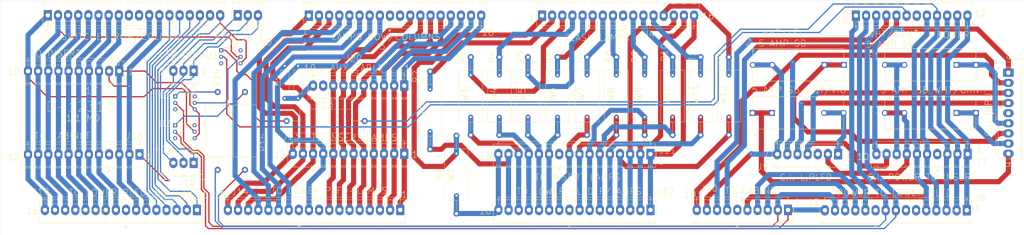
<source format=kicad_pcb>
(kicad_pcb (version 20171130) (host pcbnew 5.1.12-84ad8e8a86~92~ubuntu20.04.1)
  (title_block (title "System 11 Interconnect") (date 2022-03-17) (rev 1.1) (company "Marc Deslauriers"))
  (layers (0 F.Cu signal) (31 B.Cu signal) (34 B.Paste user) (35 F.Paste user) (36 B.SilkS user) (37 F.SilkS user) (38 B.Mask user) (39 F.Mask user) (44 Edge.Cuts user))
  (net 0 "")
  (net 1 "Net-(F1-Pad2)")
  (net 2 "Net-(F1-Pad1)")
  (net 3 "Net-(F2-Pad2)")
  (net 4 "Net-(F2-Pad1)")
  (net 5 "Net-(F3-Pad2)")
  (net 6 "Net-(F3-Pad1)")
  (net 7 "Net-(F4-Pad2)")
  (net 8 "Net-(F4-Pad1)")
  (net 9 "Net-(J1-Pad18)")
  (net 10 "Net-(J1-Pad17)")
  (net 11 "Net-(J1-Pad16)")
  (net 12 "Net-(J1-Pad15)")
  (net 13 "Net-(J1-Pad14)")
  (net 14 "Net-(J1-Pad13)")
  (net 15 "Net-(J1-Pad12)")
  (net 16 "Net-(J1-Pad11)")
  (net 17 "Net-(J1-Pad10)")
  (net 18 "Net-(J1-Pad9)")
  (net 19 "Net-(J1-Pad8)")
  (net 20 "Net-(J1-Pad7)")
  (net 21 "Net-(J1-Pad6)")
  (net 22 "Net-(J1-Pad5)")
  (net 23 "Net-(J1-Pad4)")
  (net 24 "Net-(J1-Pad3)")
  (net 25 "Net-(J1-Pad2)")
  (net 26 "Net-(J1-Pad1)")
  (net 27 "Net-(J15-Pad1)")
  (net 28 "Net-(J15-Pad2)")
  (net 29 "Net-(J15-Pad3)")
  (net 30 "Net-(J13-Pad1)")
  (net 31 "Net-(J13-Pad2)")
  (net 32 "Net-(J13-Pad3)")
  (net 33 "Net-(J13-Pad4)")
  (net 34 "Net-(J13-Pad5)")
  (net 35 "Net-(J13-Pad6)")
  (net 36 "Net-(J13-Pad7)")
  (net 37 "Net-(J13-Pad8)")
  (net 38 "Net-(J3-Pad10)")
  (net 39 "Net-(J3-Pad9)")
  (net 40 "Net-(J13-Pad9)")
  (net 41 "Net-(J14-Pad12)")
  (net 42 "Net-(J14-Pad13)")
  (net 43 "Net-(J14-Pad14)")
  (net 44 "Net-(J14-Pad15)")
  (net 45 "Net-(J13-Pad10)")
  (net 46 "Net-(J13-Pad11)")
  (net 47 "Net-(J13-Pad12)")
  (net 48 "Net-(J11-Pad1)")
  (net 49 "Net-(J11-Pad2)")
  (net 50 "Net-(J11-Pad3)")
  (net 51 "Net-(J4-Pad13)")
  (net 52 "Net-(J4-Pad12)")
  (net 53 "Net-(J4-Pad11)")
  (net 54 "Net-(J4-Pad10)")
  (net 55 "Net-(J4-Pad9)")
  (net 56 "Net-(J4-Pad8)")
  (net 57 "Net-(J4-Pad7)")
  (net 58 "Net-(J4-Pad6)")
  (net 59 "Net-(J4-Pad5)")
  (net 60 "Net-(J4-Pad4)")
  (net 61 "Net-(J4-Pad3)")
  (net 62 "Net-(J4-Pad2)")
  (net 63 "Net-(J4-Pad1)")
  (net 64 "Net-(J5-Pad12)")
  (net 65 "Net-(J5-Pad11)")
  (net 66 "Net-(J5-Pad10)")
  (net 67 "Net-(J5-Pad9)")
  (net 68 "Net-(J10-Pad5)")
  (net 69 "Net-(J5-Pad7)")
  (net 70 "Net-(J5-Pad6)")
  (net 71 "Net-(J10-Pad7)")
  (net 72 "Net-(J10-Pad8)")
  (net 73 "Net-(J5-Pad3)")
  (net 74 "Net-(J5-Pad2)")
  (net 75 "Net-(J5-Pad1)")
  (net 76 "Net-(J6-Pad5)")
  (net 77 "Net-(J6-Pad4)")
  (net 78 "Net-(J6-Pad3)")
  (net 79 "Net-(J10-Pad10)")
  (net 80 "Net-(J6-Pad1)")
  (net 81 "Net-(J7-Pad4)")
  (net 82 "Net-(J10-Pad1)")
  (net 83 "Net-(J10-Pad2)")
  (net 84 "Net-(J10-Pad3)")
  (net 85 "Net-(J10-Pad4)")
  (net 86 "Net-(J8-Pad10)")
  (net 87 "Net-(J8-Pad7)")
  (net 88 "Net-(J8-Pad6)")
  (net 89 "Net-(J9-Pad3)")
  (net 90 "Net-(J10-Pad6)")
  (net 91 "Net-(J11-Pad16)")
  (net 92 "Net-(J11-Pad15)")
  (net 93 "Net-(J11-Pad14)")
  (net 94 "Net-(J11-Pad13)")
  (net 95 "Net-(J11-Pad12)")
  (net 96 "Net-(J11-Pad11)")
  (net 97 "Net-(J11-Pad10)")
  (net 98 "Net-(J11-Pad9)")
  (net 99 "Net-(J11-Pad8)")
  (net 100 "Net-(J11-Pad7)")
  (net 101 "Net-(J11-Pad6)")
  (net 102 "Net-(J11-Pad5)")
  (net 103 "Net-(J11-Pad4)")
  (net 104 "Net-(J12-Pad9)")
  (net 105 "Net-(J14-Pad11)")
  (net 106 "Net-(J14-Pad9)")
  (net 107 "Net-(J18-Pad4)")
  (net 108 "Net-(J19-Pad8)")
  (net 109 "Net-(J20-Pad10)")
  (net 110 "Net-(J20-Pad9)")
  (net 111 "Net-(R13-Pad2)")
  (net 112 "Net-(R14-Pad2)")
  (net 113 "Net-(R15-Pad2)")
  (net 114 "Net-(U1-Pad6)")
  (net 115 "Net-(U1-Pad3)")
  (net 116 "Net-(U2-Pad6)")
  (net 117 "Net-(U2-Pad3)")
  (net 118 "Net-(U3-Pad6)")
  (net 119 "Net-(U3-Pad3)")
  (module Resistor_THT:R_Axial_DIN0922_L20.0mm_D9.0mm_P30.48mm_Horizontal (layer F.Cu) (at 157.6705 114.681 180)
    (fp_text reference R13 (at 15.748 6.4135) (layer F.SilkS) (effects (font (size 2.54 2.54) (thickness 0.1524))))
    (fp_text value R_US)
    (pad 2 thru_hole oval (at 30.48 0 180) (size 2.4 2.4) (drill 1.2) (layers *.Cu *.Mask) (net 111 "Net-(R13-Pad2)"))
    (pad 1 thru_hole circle (at 0 0 180) (size 2.4 2.4) (drill 1.2) (layers *.Cu *.Mask) (net 67 "Net-(J5-Pad9)"))
  )
  (module fuseholder:R_Axial_DIN0922_L20.0mm_D9.0mm_P30.48mm_Horizontal-combo (layer F.Cu) (at 299.974 120.142 90)
    (fp_text reference R12 (at 31.623 -3.4925 90) (layer F.SilkS) (effects (font (size 2.54 2.54) (thickness 0.1524))))
    (fp_text value R_US)
    (pad 2 thru_hole oval (at 23.48 0 90) (size 1.6 1.6) (drill 0.8) (layers *.Cu *.Mask) (net 51 "Net-(J4-Pad13)"))
    (pad 1 thru_hole circle (at 7 0 90) (size 1.6 1.6) (drill 0.8) (layers *.Cu *.Mask) (net 103 "Net-(J11-Pad4)"))
    (pad 2 thru_hole oval (at 30.48 0 90) (size 2.4 2.4) (drill 1.2) (layers *.Cu *.Mask) (net 51 "Net-(J4-Pad13)"))
    (pad 1 thru_hole circle (at 0 0 90) (size 2.4 2.4) (drill 1.2) (layers *.Cu *.Mask) (net 103 "Net-(J11-Pad4)"))
  )
  (module fuseholder:R_Axial_DIN0922_L20.0mm_D9.0mm_P30.48mm_Horizontal-combo (layer F.Cu) (at 288.925 120.142 90)
    (fp_text reference R11 (at 31.75 -3.302 90) (layer F.SilkS) (effects (font (size 2.54 2.54) (thickness 0.1524))))
    (fp_text value R_US)
    (pad 2 thru_hole oval (at 23.48 0 90) (size 1.6 1.6) (drill 0.8) (layers *.Cu *.Mask) (net 52 "Net-(J4-Pad12)"))
    (pad 1 thru_hole circle (at 7 0 90) (size 1.6 1.6) (drill 0.8) (layers *.Cu *.Mask) (net 102 "Net-(J11-Pad5)"))
    (pad 2 thru_hole oval (at 30.48 0 90) (size 2.4 2.4) (drill 1.2) (layers *.Cu *.Mask) (net 52 "Net-(J4-Pad12)"))
    (pad 1 thru_hole circle (at 0 0 90) (size 2.4 2.4) (drill 1.2) (layers *.Cu *.Mask) (net 102 "Net-(J11-Pad5)"))
  )
  (module fuseholder:R_Axial_DIN0922_L20.0mm_D9.0mm_P30.48mm_Horizontal-combo (layer F.Cu) (at 278.003 120.142 90)
    (fp_text reference R10 (at 32.258 -3.175 90) (layer F.SilkS) (effects (font (size 2.54 2.54) (thickness 0.1524))))
    (fp_text value R_US)
    (pad 2 thru_hole oval (at 23.48 0 90) (size 1.6 1.6) (drill 0.8) (layers *.Cu *.Mask) (net 53 "Net-(J4-Pad11)"))
    (pad 1 thru_hole circle (at 7 0 90) (size 1.6 1.6) (drill 0.8) (layers *.Cu *.Mask) (net 101 "Net-(J11-Pad6)"))
    (pad 2 thru_hole oval (at 30.48 0 90) (size 2.4 2.4) (drill 1.2) (layers *.Cu *.Mask) (net 53 "Net-(J4-Pad11)"))
    (pad 1 thru_hole circle (at 0 0 90) (size 2.4 2.4) (drill 1.2) (layers *.Cu *.Mask) (net 101 "Net-(J11-Pad6)"))
  )
  (module fuseholder:R_Axial_DIN0922_L20.0mm_D9.0mm_P30.48mm_Horizontal-combo (layer F.Cu) (at 267.081 120.142 90)
    (fp_text reference R9 (at 30.607 -3.7465 90) (layer F.SilkS) (effects (font (size 2.54 2.54) (thickness 0.1524))))
    (fp_text value R_US)
    (pad 2 thru_hole oval (at 23.48 0 90) (size 1.6 1.6) (drill 0.8) (layers *.Cu *.Mask) (net 54 "Net-(J4-Pad10)"))
    (pad 1 thru_hole circle (at 7 0 90) (size 1.6 1.6) (drill 0.8) (layers *.Cu *.Mask) (net 100 "Net-(J11-Pad7)"))
    (pad 2 thru_hole oval (at 30.48 0 90) (size 2.4 2.4) (drill 1.2) (layers *.Cu *.Mask) (net 54 "Net-(J4-Pad10)"))
    (pad 1 thru_hole circle (at 0 0 90) (size 2.4 2.4) (drill 1.2) (layers *.Cu *.Mask) (net 100 "Net-(J11-Pad7)"))
  )
  (module fuseholder:R_Axial_DIN0922_L20.0mm_D9.0mm_P30.48mm_Horizontal-combo (layer F.Cu) (at 256.032 120.142 90)
    (fp_text reference R8 (at 30.7975 -3.302 90) (layer F.SilkS) (effects (font (size 2.54 2.54) (thickness 0.1524))))
    (fp_text value R_US)
    (pad 2 thru_hole oval (at 23.48 0 90) (size 1.6 1.6) (drill 0.8) (layers *.Cu *.Mask) (net 56 "Net-(J4-Pad8)"))
    (pad 1 thru_hole circle (at 7 0 90) (size 1.6 1.6) (drill 0.8) (layers *.Cu *.Mask) (net 99 "Net-(J11-Pad8)"))
    (pad 2 thru_hole oval (at 30.48 0 90) (size 2.4 2.4) (drill 1.2) (layers *.Cu *.Mask) (net 56 "Net-(J4-Pad8)"))
    (pad 1 thru_hole circle (at 0 0 90) (size 2.4 2.4) (drill 1.2) (layers *.Cu *.Mask) (net 99 "Net-(J11-Pad8)"))
  )
  (module fuseholder:R_Axial_DIN0922_L20.0mm_D9.0mm_P30.48mm_Horizontal-combo (layer F.Cu) (at 244.602 120.142 90)
    (fp_text reference R7 (at 30.734 -3.3655 90) (layer F.SilkS) (effects (font (size 2.54 2.54) (thickness 0.1524))))
    (fp_text value R_US)
    (pad 2 thru_hole oval (at 23.48 0 90) (size 1.6 1.6) (drill 0.8) (layers *.Cu *.Mask) (net 57 "Net-(J4-Pad7)"))
    (pad 1 thru_hole circle (at 7 0 90) (size 1.6 1.6) (drill 0.8) (layers *.Cu *.Mask) (net 98 "Net-(J11-Pad9)"))
    (pad 2 thru_hole oval (at 30.48 0 90) (size 2.4 2.4) (drill 1.2) (layers *.Cu *.Mask) (net 57 "Net-(J4-Pad7)"))
    (pad 1 thru_hole circle (at 0 0 90) (size 2.4 2.4) (drill 1.2) (layers *.Cu *.Mask) (net 98 "Net-(J11-Pad9)"))
  )
  (module fuseholder:R_Axial_DIN0922_L20.0mm_D9.0mm_P30.48mm_Horizontal-combo (layer F.Cu) (at 233.045 120.142 90)
    (fp_text reference R6 (at 30.4165 -2.9845 90) (layer F.SilkS) (effects (font (size 2.54 2.54) (thickness 0.1524))))
    (fp_text value R_US)
    (pad 2 thru_hole oval (at 23.48 0 90) (size 1.6 1.6) (drill 0.8) (layers *.Cu *.Mask) (net 58 "Net-(J4-Pad6)"))
    (pad 1 thru_hole circle (at 7 0 90) (size 1.6 1.6) (drill 0.8) (layers *.Cu *.Mask) (net 96 "Net-(J11-Pad11)"))
    (pad 2 thru_hole oval (at 30.48 0 90) (size 2.4 2.4) (drill 1.2) (layers *.Cu *.Mask) (net 58 "Net-(J4-Pad6)"))
    (pad 1 thru_hole circle (at 0 0 90) (size 2.4 2.4) (drill 1.2) (layers *.Cu *.Mask) (net 96 "Net-(J11-Pad11)"))
  )
  (module fuseholder:R_Axial_DIN0922_L20.0mm_D9.0mm_P30.48mm_Horizontal-combo (layer F.Cu) (at 221.488 120.142 90)
    (fp_text reference R5 (at 30.607 -2.921 90) (layer F.SilkS) (effects (font (size 2.54 2.54) (thickness 0.1524))))
    (fp_text value R_US)
    (pad 2 thru_hole oval (at 23.48 0 90) (size 1.6 1.6) (drill 0.8) (layers *.Cu *.Mask) (net 59 "Net-(J4-Pad5)"))
    (pad 1 thru_hole circle (at 7 0 90) (size 1.6 1.6) (drill 0.8) (layers *.Cu *.Mask) (net 95 "Net-(J11-Pad12)"))
    (pad 2 thru_hole oval (at 30.48 0 90) (size 2.4 2.4) (drill 1.2) (layers *.Cu *.Mask) (net 59 "Net-(J4-Pad5)"))
    (pad 1 thru_hole circle (at 0 0 90) (size 2.4 2.4) (drill 1.2) (layers *.Cu *.Mask) (net 95 "Net-(J11-Pad12)"))
  )
  (module fuseholder:R_Axial_DIN0922_L20.0mm_D9.0mm_P30.48mm_Horizontal-combo (layer F.Cu) (at 210.312 120.142 90)
    (fp_text reference R4 (at 30.607 -2.8575 90) (layer F.SilkS) (effects (font (size 2.54 2.54) (thickness 0.1524))))
    (fp_text value R_US)
    (pad 2 thru_hole oval (at 23.48 0 90) (size 1.6 1.6) (drill 0.8) (layers *.Cu *.Mask) (net 60 "Net-(J4-Pad4)"))
    (pad 1 thru_hole circle (at 7 0 90) (size 1.6 1.6) (drill 0.8) (layers *.Cu *.Mask) (net 94 "Net-(J11-Pad13)"))
    (pad 2 thru_hole oval (at 30.48 0 90) (size 2.4 2.4) (drill 1.2) (layers *.Cu *.Mask) (net 60 "Net-(J4-Pad4)"))
    (pad 1 thru_hole circle (at 0 0 90) (size 2.4 2.4) (drill 1.2) (layers *.Cu *.Mask) (net 94 "Net-(J11-Pad13)"))
  )
  (module fuseholder:R_Axial_DIN0922_L20.0mm_D9.0mm_P30.48mm_Horizontal-combo (layer F.Cu) (at 199.136 120.142 90)
    (fp_text reference R3 (at 30.5435 -3.2385 90) (layer F.SilkS) (effects (font (size 2.54 2.54) (thickness 0.1524))))
    (fp_text value R_US)
    (pad 2 thru_hole oval (at 23.48 0 90) (size 1.6 1.6) (drill 0.8) (layers *.Cu *.Mask) (net 61 "Net-(J4-Pad3)"))
    (pad 1 thru_hole circle (at 7 0 90) (size 1.6 1.6) (drill 0.8) (layers *.Cu *.Mask) (net 93 "Net-(J11-Pad14)"))
    (pad 2 thru_hole oval (at 30.48 0 90) (size 2.4 2.4) (drill 1.2) (layers *.Cu *.Mask) (net 61 "Net-(J4-Pad3)"))
    (pad 1 thru_hole circle (at 0 0 90) (size 2.4 2.4) (drill 1.2) (layers *.Cu *.Mask) (net 93 "Net-(J11-Pad14)"))
  )
  (module fuseholder:R_Axial_DIN0922_L20.0mm_D9.0mm_P30.48mm_Horizontal-combo (layer F.Cu) (at 183.261 125.73 90)
    (fp_text reference R2 (at 28.448 -5.5245 90) (layer F.SilkS) (effects (font (size 2.54 2.54) (thickness 0.1524))))
    (fp_text value R_US)
    (pad 2 thru_hole oval (at 23.48 0 90) (size 1.6 1.6) (drill 0.8) (layers *.Cu *.Mask) (net 62 "Net-(J4-Pad2)"))
    (pad 1 thru_hole circle (at 7 0 90) (size 1.6 1.6) (drill 0.8) (layers *.Cu *.Mask) (net 92 "Net-(J11-Pad15)"))
    (pad 2 thru_hole oval (at 30.48 0 90) (size 2.4 2.4) (drill 1.2) (layers *.Cu *.Mask) (net 62 "Net-(J4-Pad2)"))
    (pad 1 thru_hole circle (at 0 0 90) (size 2.4 2.4) (drill 1.2) (layers *.Cu *.Mask) (net 92 "Net-(J11-Pad15)"))
  )
  (module fuseholder:R_Axial_DIN0922_L20.0mm_D9.0mm_P30.48mm_Horizontal-combo (layer F.Cu) (at 193.548 150.876 90)
    (fp_text reference R1 (at 15.1765 -6.5405 90) (layer F.SilkS) (effects (font (size 2.54 2.54) (thickness 0.1524))))
    (fp_text value R_US)
    (pad 2 thru_hole oval (at 23.48 0 90) (size 1.6 1.6) (drill 0.8) (layers *.Cu *.Mask) (net 63 "Net-(J4-Pad1)"))
    (pad 1 thru_hole circle (at 7 0 90) (size 1.6 1.6) (drill 0.8) (layers *.Cu *.Mask) (net 91 "Net-(J11-Pad16)"))
    (pad 2 thru_hole oval (at 30.48 0 90) (size 2.4 2.4) (drill 1.2) (layers *.Cu *.Mask) (net 63 "Net-(J4-Pad1)"))
    (pad 1 thru_hole circle (at 0 0 90) (size 2.4 2.4) (drill 1.2) (layers *.Cu *.Mask) (net 91 "Net-(J11-Pad16)"))
  )
  (module fuseholder:Littelfuse_Inc-03540101ZXGY-MFG-combo (layer F.Cu) (at 327.005 111.506)
    (fp_text reference F4 (at -19.9825 8.6995) (layer F.SilkS) (effects (font (size 2.54 2.54) (thickness 0.1524)) (justify left)))
    (fp_text value Fuse_Small hide)
    (pad 2 thru_hole circle (at 10.18 0) (size 2.3 2.3) (drill 1.5) (layers *.Cu) (net 7 "Net-(F4-Pad2)"))
    (pad 1 thru_hole rect (at -10.18 0) (size 2.3 2.3) (drill 1.5) (layers *.Cu) (net 8 "Net-(F4-Pad1)"))
    (pad 2 thru_hole circle (at 17.8 0) (size 2.3 2.3) (drill 1.5) (layers *.Cu) (net 7 "Net-(F4-Pad2)"))
    (pad 1 thru_hole rect (at -17.8 0) (size 2.3 2.3) (drill 1.5) (layers *.Cu) (net 8 "Net-(F4-Pad1)"))
  )
  (module fuseholder:Littelfuse_Inc-03540101ZXGY-MFG-combo (layer F.Cu) (at 378.714 111.506 180)
    (fp_text reference F3 (at 19.2405 0.9525) (layer F.SilkS) (effects (font (size 2.54 2.54) (thickness 0.1524)) (justify right)))
    (fp_text value Fuse_Small hide)
    (pad 2 thru_hole circle (at 10.18 0 180) (size 2.3 2.3) (drill 1.5) (layers *.Cu) (net 5 "Net-(F3-Pad2)"))
    (pad 1 thru_hole rect (at -10.18 0 180) (size 2.3 2.3) (drill 1.5) (layers *.Cu) (net 6 "Net-(F3-Pad1)"))
    (pad 2 thru_hole circle (at 17.8 0 180) (size 2.3 2.3) (drill 1.5) (layers *.Cu) (net 5 "Net-(F3-Pad2)"))
    (pad 1 thru_hole rect (at -17.8 0 180) (size 2.3 2.3) (drill 1.5) (layers *.Cu) (net 6 "Net-(F3-Pad1)"))
  )
  (module fuseholder:Littelfuse_Inc-03540101ZXGY-MFG-combo (layer F.Cu) (at 327.132 92.71 180)
    (fp_text reference F2 (at 18.3315 8.9535) (layer F.SilkS) (effects (font (size 2.54 2.54) (thickness 0.1524)) (justify right)))
    (fp_text value Fuse_Small hide)
    (pad 2 thru_hole circle (at 10.18 0 180) (size 2.3 2.3) (drill 1.5) (layers *.Cu) (net 3 "Net-(F2-Pad2)"))
    (pad 1 thru_hole rect (at -10.18 0 180) (size 2.3 2.3) (drill 1.5) (layers *.Cu) (net 4 "Net-(F2-Pad1)"))
    (pad 2 thru_hole circle (at 17.8 0 180) (size 2.3 2.3) (drill 1.5) (layers *.Cu) (net 3 "Net-(F2-Pad2)"))
    (pad 1 thru_hole rect (at -17.8 0 180) (size 2.3 2.3) (drill 1.5) (layers *.Cu) (net 4 "Net-(F2-Pad1)"))
  )
  (module fuseholder:Littelfuse_Inc-03540101ZXGY-MFG-combo (layer F.Cu) (at 378.714 92.71 180)
    (fp_text reference F1 (at 19.558 3.4925) (layer F.SilkS) (effects (font (size 2.54 2.54) (thickness 0.1524)) (justify right)))
    (fp_text value Fuse_Small hide)
    (pad 2 thru_hole circle (at 10.18 0 180) (size 2.3 2.3) (drill 1.5) (layers *.Cu) (net 1 "Net-(F1-Pad2)"))
    (pad 1 thru_hole rect (at -10.18 0 180) (size 2.3 2.3) (drill 1.5) (layers *.Cu) (net 2 "Net-(F1-Pad1)"))
    (pad 2 thru_hole circle (at 17.8 0 180) (size 2.3 2.3) (drill 1.5) (layers *.Cu) (net 1 "Net-(F1-Pad2)"))
    (pad 1 thru_hole rect (at -17.8 0 180) (size 2.3 2.3) (drill 1.5) (layers *.Cu) (net 2 "Net-(F1-Pad1)"))
  )
  (module MountingHole:MountingHole_4.5mm (layer F.Cu) (at 408.6225 149.733)
    (fp_text reference H9 hide)
    (fp_text value MountingHole)
    (pad 1 np_thru_hole circle (at 0 0) (size 4.5 4.5) (drill 4.5) (layers *.Cu *.Mask))
  )
  (module MountingHole:MountingHole_4.5mm (layer F.Cu) (at 279.0825 149.733)
    (fp_text reference H8 hide)
    (fp_text value MountingHole)
    (pad 1 np_thru_hole circle (at 0 0) (size 4.5 4.5) (drill 4.5) (layers *.Cu *.Mask))
  )
  (module MountingHole:MountingHole_4.5mm (layer F.Cu) (at 183.896 149.733)
    (fp_text reference H7 hide)
    (fp_text value MountingHole)
    (pad 1 np_thru_hole circle (at 0 0) (size 4.5 4.5) (drill 4.5) (layers *.Cu *.Mask))
  )
  (module MountingHole:MountingHole_4.5mm (layer F.Cu) (at 21.209 149.733)
    (fp_text reference H6 hide)
    (fp_text value MountingHole)
    (pad 1 np_thru_hole circle (at 0 0) (size 4.5 4.5) (drill 4.5) (layers *.Cu *.Mask))
  )
  (module MountingHole:MountingHole_4.5mm (layer F.Cu) (at 409.2575 73.66)
    (fp_text reference H5 hide)
    (fp_text value MountingHole)
    (pad 1 np_thru_hole circle (at 0 0) (size 4.5 4.5) (drill 4.5) (layers *.Cu *.Mask))
  )
  (module MountingHole:MountingHole_4.5mm (layer F.Cu) (at 324.2945 73.66)
    (fp_text reference H4 hide)
    (fp_text value MountingHole)
    (pad 1 np_thru_hole circle (at 0 0) (size 4.5 4.5) (drill 4.5) (layers *.Cu *.Mask))
  )
  (module MountingHole:MountingHole_4.5mm (layer F.Cu) (at 212.9155 73.66)
    (fp_text reference H3 hide)
    (fp_text value MountingHole)
    (pad 1 np_thru_hole circle (at 0 0) (size 4.5 4.5) (drill 4.5) (layers *.Cu *.Mask))
  )
  (module MountingHole:MountingHole_4.5mm (layer F.Cu) (at 124.3965 73.66)
    (fp_text reference H2 hide)
    (fp_text value MountingHole)
    (pad 1 np_thru_hole circle (at 0 0) (size 4.5 4.5) (drill 4.5) (layers *.Cu *.Mask))
  )
  (module MountingHole:MountingHole_4.5mm (layer F.Cu) (at 21.336 73.66)
    (fp_text reference H1 hide)
    (fp_text value MountingHole)
    (pad 1 np_thru_hole circle (at 0 0) (size 4.5 4.5) (drill 4.5) (layers *.Cu *.Mask))
  )
  (module Resistor_THT:R_Axial_DIN0309_L9.0mm_D3.2mm_P12.70mm_Horizontal (layer F.Cu) (at 126.4285 93.091 270)
    (fp_text reference W14 (at 6.2865 3.1115 90) (layer F.SilkS))
    (fp_text value Jumper_2_Open)
    (pad 2 thru_hole oval (at 12.7 0 270) (size 1.6 1.6) (drill 0.8) (layers *.Cu *.Mask) (net 109 "Net-(J20-Pad10)"))
    (pad 1 thru_hole circle (at 0 0 270) (size 1.6 1.6) (drill 0.8) (layers *.Cu *.Mask) (net 41 "Net-(J14-Pad12)"))
  )
  (module Resistor_THT:R_Axial_DIN0309_L9.0mm_D3.2mm_P12.70mm_Horizontal (layer F.Cu) (at 131.6355 93.091 270)
    (fp_text reference W13 (at 6.223 2.54 90) (layer F.SilkS))
    (fp_text value Jumper_2_Open)
    (pad 2 thru_hole oval (at 12.7 0 270) (size 1.6 1.6) (drill 0.8) (layers *.Cu *.Mask) (net 109 "Net-(J20-Pad10)"))
    (pad 1 thru_hole circle (at 0 0 270) (size 1.6 1.6) (drill 0.8) (layers *.Cu *.Mask) (net 40 "Net-(J13-Pad9)"))
  )
  (module Package_DIP:DIP-6_W7.62mm (layer F.Cu) (at 83.6295 116.332)
    (fp_text reference U3 (at -3.937 -0.6985) (layer F.SilkS) (effects (font (size 2.54 2.54) (thickness 0.1524))))
    (fp_text value 4N25)
    (pad 6 thru_hole oval (at 7.62 0) (size 1.6 1.6) (drill 0.8) (layers *.Cu *.Mask) (net 118 "Net-(U3-Pad6)"))
    (pad 3 thru_hole oval (at 0 5.08) (size 1.6 1.6) (drill 0.8) (layers *.Cu *.Mask) (net 119 "Net-(U3-Pad3)"))
    (pad 5 thru_hole oval (at 7.62 2.54) (size 1.6 1.6) (drill 0.8) (layers *.Cu *.Mask) (net 26 "Net-(J1-Pad1)"))
    (pad 2 thru_hole oval (at 0 2.54) (size 1.6 1.6) (drill 0.8) (layers *.Cu *.Mask) (net 82 "Net-(J10-Pad1)"))
    (pad 4 thru_hole oval (at 7.62 5.08) (size 1.6 1.6) (drill 0.8) (layers *.Cu *.Mask) (net 16 "Net-(J1-Pad11)"))
    (pad 1 thru_hole rect (at 0 0) (size 1.6 1.6) (drill 0.8) (layers *.Cu *.Mask) (net 113 "Net-(R15-Pad2)"))
  )
  (module Package_DIP:DIP-6_W7.62mm (layer F.Cu) (at 83.693 105.029)
    (fp_text reference U2 (at -3.81 -0.381) (layer F.SilkS) (effects (font (size 2.54 2.54) (thickness 0.1524))))
    (fp_text value 4N25)
    (pad 6 thru_hole oval (at 7.62 0) (size 1.6 1.6) (drill 0.8) (layers *.Cu *.Mask) (net 116 "Net-(U2-Pad6)"))
    (pad 3 thru_hole oval (at 0 5.08) (size 1.6 1.6) (drill 0.8) (layers *.Cu *.Mask) (net 117 "Net-(U2-Pad3)"))
    (pad 5 thru_hole oval (at 7.62 2.54) (size 1.6 1.6) (drill 0.8) (layers *.Cu *.Mask) (net 25 "Net-(J1-Pad2)"))
    (pad 2 thru_hole oval (at 0 2.54) (size 1.6 1.6) (drill 0.8) (layers *.Cu *.Mask) (net 83 "Net-(J10-Pad2)"))
    (pad 4 thru_hole oval (at 7.62 5.08) (size 1.6 1.6) (drill 0.8) (layers *.Cu *.Mask) (net 16 "Net-(J1-Pad11)"))
    (pad 1 thru_hole rect (at 0 0) (size 1.6 1.6) (drill 0.8) (layers *.Cu *.Mask) (net 112 "Net-(R14-Pad2)"))
  )
  (module Package_DIP:DIP-6_W7.62mm (layer F.Cu) (at 101.6 86.995)
    (fp_text reference U1 (at -3.4925 2.0955) (layer F.SilkS) (effects (font (size 2.54 2.54) (thickness 0.1524))))
    (fp_text value 4N25)
    (pad 6 thru_hole oval (at 7.62 0) (size 1.6 1.6) (drill 0.8) (layers *.Cu *.Mask) (net 114 "Net-(U1-Pad6)"))
    (pad 3 thru_hole oval (at 0 5.08) (size 1.6 1.6) (drill 0.8) (layers *.Cu *.Mask) (net 115 "Net-(U1-Pad3)"))
    (pad 5 thru_hole oval (at 7.62 2.54) (size 1.6 1.6) (drill 0.8) (layers *.Cu *.Mask) (net 25 "Net-(J1-Pad2)"))
    (pad 2 thru_hole oval (at 0 2.54) (size 1.6 1.6) (drill 0.8) (layers *.Cu *.Mask) (net 70 "Net-(J5-Pad6)"))
    (pad 4 thru_hole oval (at 7.62 5.08) (size 1.6 1.6) (drill 0.8) (layers *.Cu *.Mask) (net 9 "Net-(J1-Pad18)"))
    (pad 1 thru_hole rect (at 0 0) (size 1.6 1.6) (drill 0.8) (layers *.Cu *.Mask) (net 111 "Net-(R13-Pad2)"))
  )
  (module Resistor_THT:R_Axial_DIN0922_L20.0mm_D9.0mm_P30.48mm_Horizontal (layer F.Cu) (at 110.9345 133.7945 90)
    (fp_text reference R15 (at 10.7315 7.0485 90) (layer F.SilkS) (effects (font (size 2.54 2.54) (thickness 0.1524))))
    (fp_text value R_US)
    (pad 2 thru_hole oval (at 30.48 0 90) (size 2.4 2.4) (drill 1.2) (layers *.Cu *.Mask) (net 113 "Net-(R15-Pad2)"))
    (pad 1 thru_hole circle (at 0 0 90) (size 2.4 2.4) (drill 1.2) (layers *.Cu *.Mask) (net 74 "Net-(J5-Pad2)"))
  )
  (module Resistor_THT:R_Axial_DIN0922_L20.0mm_D9.0mm_P30.48mm_Horizontal (layer F.Cu) (at 100.2665 133.7945 90)
    (fp_text reference R14 (at 36.068 -0.254 90) (layer F.SilkS) (effects (font (size 2.54 2.54) (thickness 0.1524))))
    (fp_text value R_US)
    (pad 2 thru_hole oval (at 30.48 0 90) (size 2.4 2.4) (drill 1.2) (layers *.Cu *.Mask) (net 112 "Net-(R14-Pad2)"))
    (pad 1 thru_hole circle (at 0 0 90) (size 2.4 2.4) (drill 1.2) (layers *.Cu *.Mask) (net 73 "Net-(J5-Pad3)"))
  )
  (module Connector_Molex:Molex_KK-396_A-41791-0010_1x10_P3.96mm_Vertical (layer F.Cu) (at 173.1645 100.838 180)
    (fp_text reference J20 (at 19.8755 10.7315) (layer F.SilkS) (effects (font (size 2.54 2.54) (thickness 0.1524))))
    (fp_text value Conn_01x10)
    (pad 10 thru_hole oval (at 35.64 0 180) (size 3.16 4.1) (drill 1.7) (layers *.Cu *.Mask) (net 109 "Net-(J20-Pad10)"))
    (pad 9 thru_hole oval (at 31.68 0 180) (size 3.16 4.1) (drill 1.7) (layers *.Cu *.Mask) (net 110 "Net-(J20-Pad9)"))
    (pad 8 thru_hole oval (at 27.72 0 180) (size 3.16 4.1) (drill 1.7) (layers *.Cu *.Mask) (net 37 "Net-(J13-Pad8)"))
    (pad 7 thru_hole oval (at 23.76 0 180) (size 3.16 4.1) (drill 1.7) (layers *.Cu *.Mask) (net 36 "Net-(J13-Pad7)"))
    (pad 6 thru_hole oval (at 19.8 0 180) (size 3.16 4.1) (drill 1.7) (layers *.Cu *.Mask) (net 35 "Net-(J13-Pad6)"))
    (pad 5 thru_hole oval (at 15.84 0 180) (size 3.16 4.1) (drill 1.7) (layers *.Cu *.Mask) (net 34 "Net-(J13-Pad5)"))
    (pad 4 thru_hole oval (at 11.88 0 180) (size 3.16 4.1) (drill 1.7) (layers *.Cu *.Mask) (net 33 "Net-(J13-Pad4)"))
    (pad 3 thru_hole oval (at 7.92 0 180) (size 3.16 4.1) (drill 1.7) (layers *.Cu *.Mask) (net 32 "Net-(J13-Pad3)"))
    (pad 2 thru_hole oval (at 3.96 0 180) (size 3.16 4.1) (drill 1.7) (layers *.Cu *.Mask) (net 31 "Net-(J13-Pad2)"))
    (pad 1 thru_hole roundrect (at 0 0 180) (size 3.16 4.1) (drill 1.7) (layers *.Cu *.Mask) (roundrect_rratio 0.07911392405063292) (net 30 "Net-(J13-Pad1)"))
  )
  (module Connector_Molex:Molex_KK-396_A-41791-0016_1x16_P3.96mm_Vertical (layer F.Cu) (at 92.166 149.479 180)
    (fp_text reference J19 (at 60.9875 7.112) (layer F.SilkS) (effects (font (size 2.54 2.54) (thickness 0.1524))))
    (fp_text value Conn_01x16)
    (pad 16 thru_hole oval (at 59.4 0 180) (size 3.16 4.1) (drill 1.7) (layers *.Cu *.Mask) (net 26 "Net-(J1-Pad1)"))
    (pad 15 thru_hole oval (at 55.44 0 180) (size 3.16 4.1) (drill 1.7) (layers *.Cu *.Mask) (net 25 "Net-(J1-Pad2)"))
    (pad 14 thru_hole oval (at 51.48 0 180) (size 3.16 4.1) (drill 1.7) (layers *.Cu *.Mask) (net 24 "Net-(J1-Pad3)"))
    (pad 13 thru_hole oval (at 47.52 0 180) (size 3.16 4.1) (drill 1.7) (layers *.Cu *.Mask) (net 23 "Net-(J1-Pad4)"))
    (pad 12 thru_hole oval (at 43.56 0 180) (size 3.16 4.1) (drill 1.7) (layers *.Cu *.Mask) (net 22 "Net-(J1-Pad5)"))
    (pad 11 thru_hole oval (at 39.6 0 180) (size 3.16 4.1) (drill 1.7) (layers *.Cu *.Mask) (net 21 "Net-(J1-Pad6)"))
    (pad 10 thru_hole oval (at 35.64 0 180) (size 3.16 4.1) (drill 1.7) (layers *.Cu *.Mask) (net 20 "Net-(J1-Pad7)"))
    (pad 9 thru_hole oval (at 31.68 0 180) (size 3.16 4.1) (drill 1.7) (layers *.Cu *.Mask) (net 19 "Net-(J1-Pad8)"))
    (pad 8 thru_hole oval (at 27.72 0 180) (size 3.16 4.1) (drill 1.7) (layers *.Cu *.Mask) (net 108 "Net-(J19-Pad8)"))
    (pad 7 thru_hole oval (at 23.76 0 180) (size 3.16 4.1) (drill 1.7) (layers *.Cu *.Mask) (net 16 "Net-(J1-Pad11)"))
    (pad 6 thru_hole oval (at 19.8 0 180) (size 3.16 4.1) (drill 1.7) (layers *.Cu *.Mask) (net 15 "Net-(J1-Pad12)"))
    (pad 5 thru_hole oval (at 15.84 0 180) (size 3.16 4.1) (drill 1.7) (layers *.Cu *.Mask) (net 14 "Net-(J1-Pad13)"))
    (pad 4 thru_hole oval (at 11.88 0 180) (size 3.16 4.1) (drill 1.7) (layers *.Cu *.Mask) (net 13 "Net-(J1-Pad14)"))
    (pad 3 thru_hole oval (at 7.92 0 180) (size 3.16 4.1) (drill 1.7) (layers *.Cu *.Mask) (net 12 "Net-(J1-Pad15)"))
    (pad 2 thru_hole oval (at 3.96 0 180) (size 3.16 4.1) (drill 1.7) (layers *.Cu *.Mask) (net 11 "Net-(J1-Pad16)"))
    (pad 1 thru_hole roundrect (at 0 0 180) (size 3.16 4.1) (drill 1.7) (layers *.Cu *.Mask) (roundrect_rratio 0.07911392405063292) (net 10 "Net-(J1-Pad17)"))
  )
  (module Connector_Molex:Molex_KK-396_A-41791-0012_1x12_P3.96mm_Vertical (layer F.Cu) (at 69.723 127.762 180)
    (fp_text reference J18 (at 1.9685 7.1755) (layer F.SilkS) (effects (font (size 2.54 2.54) (thickness 0.1524))))
    (fp_text value Conn_01x12)
    (pad 12 thru_hole oval (at 43.56 0 180) (size 3.16 4.1) (drill 1.7) (layers *.Cu *.Mask) (net 26 "Net-(J1-Pad1)"))
    (pad 11 thru_hole oval (at 39.6 0 180) (size 3.16 4.1) (drill 1.7) (layers *.Cu *.Mask) (net 25 "Net-(J1-Pad2)"))
    (pad 10 thru_hole oval (at 35.64 0 180) (size 3.16 4.1) (drill 1.7) (layers *.Cu *.Mask) (net 24 "Net-(J1-Pad3)"))
    (pad 9 thru_hole oval (at 31.68 0 180) (size 3.16 4.1) (drill 1.7) (layers *.Cu *.Mask) (net 23 "Net-(J1-Pad4)"))
    (pad 8 thru_hole oval (at 27.72 0 180) (size 3.16 4.1) (drill 1.7) (layers *.Cu *.Mask) (net 22 "Net-(J1-Pad5)"))
    (pad 7 thru_hole oval (at 23.76 0 180) (size 3.16 4.1) (drill 1.7) (layers *.Cu *.Mask) (net 21 "Net-(J1-Pad6)"))
    (pad 6 thru_hole oval (at 19.8 0 180) (size 3.16 4.1) (drill 1.7) (layers *.Cu *.Mask) (net 20 "Net-(J1-Pad7)"))
    (pad 5 thru_hole oval (at 15.84 0 180) (size 3.16 4.1) (drill 1.7) (layers *.Cu *.Mask) (net 19 "Net-(J1-Pad8)"))
    (pad 4 thru_hole oval (at 11.88 0 180) (size 3.16 4.1) (drill 1.7) (layers *.Cu *.Mask) (net 107 "Net-(J18-Pad4)"))
    (pad 3 thru_hole oval (at 7.92 0 180) (size 3.16 4.1) (drill 1.7) (layers *.Cu *.Mask) (net 16 "Net-(J1-Pad11)"))
    (pad 2 thru_hole oval (at 3.96 0 180) (size 3.16 4.1) (drill 1.7) (layers *.Cu *.Mask) (net 15 "Net-(J1-Pad12)"))
    (pad 1 thru_hole roundrect (at 0 0 180) (size 3.16 4.1) (drill 1.7) (layers *.Cu *.Mask) (roundrect_rratio 0.07911392405063292) (net 9 "Net-(J1-Pad18)"))
  )
  (module Connector_Molex:Molex_KK-396_A-41791-0010_1x10_P3.96mm_Vertical (layer F.Cu) (at 61.802 95.123 180)
    (fp_text reference J17 (at 11.764 -7.6835) (layer F.SilkS) (effects (font (size 2.54 2.54) (thickness 0.1524))))
    (fp_text value Conn_01x10)
    (pad 10 thru_hole oval (at 35.64 0 180) (size 3.16 4.1) (drill 1.7) (layers *.Cu *.Mask) (net 26 "Net-(J1-Pad1)"))
    (pad 9 thru_hole oval (at 31.68 0 180) (size 3.16 4.1) (drill 1.7) (layers *.Cu *.Mask) (net 25 "Net-(J1-Pad2)"))
    (pad 8 thru_hole oval (at 27.72 0 180) (size 3.16 4.1) (drill 1.7) (layers *.Cu *.Mask) (net 24 "Net-(J1-Pad3)"))
    (pad 7 thru_hole oval (at 23.76 0 180) (size 3.16 4.1) (drill 1.7) (layers *.Cu *.Mask) (net 23 "Net-(J1-Pad4)"))
    (pad 6 thru_hole oval (at 19.8 0 180) (size 3.16 4.1) (drill 1.7) (layers *.Cu *.Mask) (net 22 "Net-(J1-Pad5)"))
    (pad 5 thru_hole oval (at 15.84 0 180) (size 3.16 4.1) (drill 1.7) (layers *.Cu *.Mask) (net 21 "Net-(J1-Pad6)"))
    (pad 4 thru_hole oval (at 11.88 0 180) (size 3.16 4.1) (drill 1.7) (layers *.Cu *.Mask) (net 20 "Net-(J1-Pad7)"))
    (pad 3 thru_hole oval (at 7.92 0 180) (size 3.16 4.1) (drill 1.7) (layers *.Cu *.Mask) (net 19 "Net-(J1-Pad8)"))
    (pad 2 thru_hole oval (at 3.96 0 180) (size 3.16 4.1) (drill 1.7) (layers *.Cu *.Mask) (net 15 "Net-(J1-Pad12)"))
    (pad 1 thru_hole roundrect (at 0 0 180) (size 3.16 4.1) (drill 1.7) (layers *.Cu *.Mask) (roundrect_rratio 0.07911392405063292) (net 16 "Net-(J1-Pad11)"))
  )
  (module Connector_Molex:Molex_KK-396_A-41791-0003_1x03_P3.96mm_Vertical (layer F.Cu) (at 90.8685 131.064 180)
    (fp_text reference J16 (at 2.667 -7.62) (layer F.SilkS) (effects (font (size 2.54 2.54) (thickness 0.1524))))
    (fp_text value Conn_01x03)
    (pad 3 thru_hole oval (at 7.92 0 180) (size 3.16 4.1) (drill 1.7) (layers *.Cu *.Mask) (net 29 "Net-(J15-Pad3)"))
    (pad 2 thru_hole oval (at 3.96 0 180) (size 3.16 4.1) (drill 1.7) (layers *.Cu *.Mask) (net 28 "Net-(J15-Pad2)"))
    (pad 1 thru_hole roundrect (at 0 0 180) (size 3.16 4.1) (drill 1.7) (layers *.Cu *.Mask) (roundrect_rratio 0.07911392405063292) (net 27 "Net-(J15-Pad1)"))
  )
  (module Connector_Molex:Molex_KK-396_A-41791-0003_1x03_P3.96mm_Vertical (layer F.Cu) (at 90.8685 94.996 180)
    (fp_text reference J15 (at 2.159 -7.1755) (layer F.SilkS) (effects (font (size 2.54 2.54) (thickness 0.1524))))
    (fp_text value Conn_01x03)
    (pad 3 thru_hole oval (at 7.92 0 180) (size 3.16 4.1) (drill 1.7) (layers *.Cu *.Mask) (net 29 "Net-(J15-Pad3)"))
    (pad 2 thru_hole oval (at 3.96 0 180) (size 3.16 4.1) (drill 1.7) (layers *.Cu *.Mask) (net 28 "Net-(J15-Pad2)"))
    (pad 1 thru_hole roundrect (at 0 0 180) (size 3.16 4.1) (drill 1.7) (layers *.Cu *.Mask) (roundrect_rratio 0.07911392405063292) (net 27 "Net-(J15-Pad1)"))
  )
  (module Connector_Molex:Molex_KK-396_A-41791-0018_1x18_P3.96mm_Vertical (layer F.Cu) (at 171.577 149.479 180)
    (fp_text reference J14 (at 62.5475 7.0485) (layer F.SilkS) (effects (font (size 2.54 2.54) (thickness 0.1524))))
    (fp_text value Conn_01x18)
    (pad 18 thru_hole oval (at 67.32 0 180) (size 3.16 4.1) (drill 1.7) (layers *.Cu *.Mask) (net 47 "Net-(J13-Pad12)"))
    (pad 17 thru_hole oval (at 63.36 0 180) (size 3.16 4.1) (drill 1.7) (layers *.Cu *.Mask) (net 46 "Net-(J13-Pad11)"))
    (pad 16 thru_hole oval (at 59.4 0 180) (size 3.16 4.1) (drill 1.7) (layers *.Cu *.Mask) (net 45 "Net-(J13-Pad10)"))
    (pad 15 thru_hole oval (at 55.44 0 180) (size 3.16 4.1) (drill 1.7) (layers *.Cu *.Mask) (net 44 "Net-(J14-Pad15)"))
    (pad 14 thru_hole oval (at 51.48 0 180) (size 3.16 4.1) (drill 1.7) (layers *.Cu *.Mask) (net 43 "Net-(J14-Pad14)"))
    (pad 13 thru_hole oval (at 47.52 0 180) (size 3.16 4.1) (drill 1.7) (layers *.Cu *.Mask) (net 42 "Net-(J14-Pad13)"))
    (pad 12 thru_hole oval (at 43.56 0 180) (size 3.16 4.1) (drill 1.7) (layers *.Cu *.Mask) (net 41 "Net-(J14-Pad12)"))
    (pad 11 thru_hole oval (at 39.6 0 180) (size 3.16 4.1) (drill 1.7) (layers *.Cu *.Mask) (net 105 "Net-(J14-Pad11)"))
    (pad 10 thru_hole oval (at 35.64 0 180) (size 3.16 4.1) (drill 1.7) (layers *.Cu *.Mask) (net 40 "Net-(J13-Pad9)"))
    (pad 9 thru_hole oval (at 31.68 0 180) (size 3.16 4.1) (drill 1.7) (layers *.Cu *.Mask) (net 106 "Net-(J14-Pad9)"))
    (pad 8 thru_hole oval (at 27.72 0 180) (size 3.16 4.1) (drill 1.7) (layers *.Cu *.Mask) (net 37 "Net-(J13-Pad8)"))
    (pad 7 thru_hole oval (at 23.76 0 180) (size 3.16 4.1) (drill 1.7) (layers *.Cu *.Mask) (net 36 "Net-(J13-Pad7)"))
    (pad 6 thru_hole oval (at 19.8 0 180) (size 3.16 4.1) (drill 1.7) (layers *.Cu *.Mask) (net 35 "Net-(J13-Pad6)"))
    (pad 5 thru_hole oval (at 15.84 0 180) (size 3.16 4.1) (drill 1.7) (layers *.Cu *.Mask) (net 34 "Net-(J13-Pad5)"))
    (pad 4 thru_hole oval (at 11.88 0 180) (size 3.16 4.1) (drill 1.7) (layers *.Cu *.Mask) (net 33 "Net-(J13-Pad4)"))
    (pad 3 thru_hole oval (at 7.92 0 180) (size 3.16 4.1) (drill 1.7) (layers *.Cu *.Mask) (net 32 "Net-(J13-Pad3)"))
    (pad 2 thru_hole oval (at 3.96 0 180) (size 3.16 4.1) (drill 1.7) (layers *.Cu *.Mask) (net 31 "Net-(J13-Pad2)"))
    (pad 1 thru_hole roundrect (at 0 0 180) (size 3.16 4.1) (drill 1.7) (layers *.Cu *.Mask) (roundrect_rratio 0.07911392405063292) (net 30 "Net-(J13-Pad1)"))
  )
  (module Connector_Molex:Molex_KK-396_A-41791-0012_1x12_P3.96mm_Vertical (layer F.Cu) (at 173.1645 127.508 180)
    (fp_text reference J13 (at 44.196 6.731) (layer F.SilkS) (effects (font (size 2.54 2.54) (thickness 0.1524))))
    (fp_text value Conn_01x12)
    (pad 12 thru_hole oval (at 43.56 0 180) (size 3.16 4.1) (drill 1.7) (layers *.Cu *.Mask) (net 47 "Net-(J13-Pad12)"))
    (pad 11 thru_hole oval (at 39.6 0 180) (size 3.16 4.1) (drill 1.7) (layers *.Cu *.Mask) (net 46 "Net-(J13-Pad11)"))
    (pad 10 thru_hole oval (at 35.64 0 180) (size 3.16 4.1) (drill 1.7) (layers *.Cu *.Mask) (net 45 "Net-(J13-Pad10)"))
    (pad 9 thru_hole oval (at 31.68 0 180) (size 3.16 4.1) (drill 1.7) (layers *.Cu *.Mask) (net 40 "Net-(J13-Pad9)"))
    (pad 8 thru_hole oval (at 27.72 0 180) (size 3.16 4.1) (drill 1.7) (layers *.Cu *.Mask) (net 37 "Net-(J13-Pad8)"))
    (pad 7 thru_hole oval (at 23.76 0 180) (size 3.16 4.1) (drill 1.7) (layers *.Cu *.Mask) (net 36 "Net-(J13-Pad7)"))
    (pad 6 thru_hole oval (at 19.8 0 180) (size 3.16 4.1) (drill 1.7) (layers *.Cu *.Mask) (net 35 "Net-(J13-Pad6)"))
    (pad 5 thru_hole oval (at 15.84 0 180) (size 3.16 4.1) (drill 1.7) (layers *.Cu *.Mask) (net 34 "Net-(J13-Pad5)"))
    (pad 4 thru_hole oval (at 11.88 0 180) (size 3.16 4.1) (drill 1.7) (layers *.Cu *.Mask) (net 33 "Net-(J13-Pad4)"))
    (pad 3 thru_hole oval (at 7.92 0 180) (size 3.16 4.1) (drill 1.7) (layers *.Cu *.Mask) (net 32 "Net-(J13-Pad3)"))
    (pad 2 thru_hole oval (at 3.96 0 180) (size 3.16 4.1) (drill 1.7) (layers *.Cu *.Mask) (net 31 "Net-(J13-Pad2)"))
    (pad 1 thru_hole roundrect (at 0 0 180) (size 3.16 4.1) (drill 1.7) (layers *.Cu *.Mask) (roundrect_rratio 0.07911392405063292) (net 30 "Net-(J13-Pad1)"))
  )
  (module Connector_Molex:Molex_KK-396_A-41791-0016_1x16_P3.96mm_Vertical (layer F.Cu) (at 269.367 149.479 180)
    (fp_text reference J12 (at -6.223 7.366) (layer F.SilkS) (effects (font (size 2.54 2.54) (thickness 0.1524))))
    (fp_text value Conn_01x16)
    (pad 16 thru_hole oval (at 59.4 0 180) (size 3.16 4.1) (drill 1.7) (layers *.Cu *.Mask) (net 91 "Net-(J11-Pad16)"))
    (pad 15 thru_hole oval (at 55.44 0 180) (size 3.16 4.1) (drill 1.7) (layers *.Cu *.Mask) (net 92 "Net-(J11-Pad15)"))
    (pad 14 thru_hole oval (at 51.48 0 180) (size 3.16 4.1) (drill 1.7) (layers *.Cu *.Mask) (net 93 "Net-(J11-Pad14)"))
    (pad 13 thru_hole oval (at 47.52 0 180) (size 3.16 4.1) (drill 1.7) (layers *.Cu *.Mask) (net 94 "Net-(J11-Pad13)"))
    (pad 12 thru_hole oval (at 43.56 0 180) (size 3.16 4.1) (drill 1.7) (layers *.Cu *.Mask) (net 95 "Net-(J11-Pad12)"))
    (pad 11 thru_hole oval (at 39.6 0 180) (size 3.16 4.1) (drill 1.7) (layers *.Cu *.Mask) (net 96 "Net-(J11-Pad11)"))
    (pad 10 thru_hole oval (at 35.64 0 180) (size 3.16 4.1) (drill 1.7) (layers *.Cu *.Mask) (net 98 "Net-(J11-Pad9)"))
    (pad 9 thru_hole oval (at 31.68 0 180) (size 3.16 4.1) (drill 1.7) (layers *.Cu *.Mask) (net 104 "Net-(J12-Pad9)"))
    (pad 8 thru_hole oval (at 27.72 0 180) (size 3.16 4.1) (drill 1.7) (layers *.Cu *.Mask) (net 99 "Net-(J11-Pad8)"))
    (pad 7 thru_hole oval (at 23.76 0 180) (size 3.16 4.1) (drill 1.7) (layers *.Cu *.Mask) (net 100 "Net-(J11-Pad7)"))
    (pad 6 thru_hole oval (at 19.8 0 180) (size 3.16 4.1) (drill 1.7) (layers *.Cu *.Mask) (net 101 "Net-(J11-Pad6)"))
    (pad 5 thru_hole oval (at 15.84 0 180) (size 3.16 4.1) (drill 1.7) (layers *.Cu *.Mask) (net 102 "Net-(J11-Pad5)"))
    (pad 4 thru_hole oval (at 11.88 0 180) (size 3.16 4.1) (drill 1.7) (layers *.Cu *.Mask) (net 103 "Net-(J11-Pad4)"))
    (pad 3 thru_hole oval (at 7.92 0 180) (size 3.16 4.1) (drill 1.7) (layers *.Cu *.Mask) (net 50 "Net-(J11-Pad3)"))
    (pad 2 thru_hole oval (at 3.96 0 180) (size 3.16 4.1) (drill 1.7) (layers *.Cu *.Mask) (net 49 "Net-(J11-Pad2)"))
    (pad 1 thru_hole roundrect (at 0 0 180) (size 3.16 4.1) (drill 1.7) (layers *.Cu *.Mask) (roundrect_rratio 0.07911392405063292) (net 48 "Net-(J11-Pad1)"))
  )
  (module Connector_Molex:Molex_KK-396_A-41791-0016_1x16_P3.96mm_Vertical (layer F.Cu) (at 269.331 127.635 180)
    (fp_text reference J11 (at -6.7035 1.397) (layer F.SilkS) (effects (font (size 2.54 2.54) (thickness 0.1524))))
    (fp_text value Conn_01x16)
    (pad 16 thru_hole oval (at 59.4 0 180) (size 3.16 4.1) (drill 1.7) (layers *.Cu *.Mask) (net 91 "Net-(J11-Pad16)"))
    (pad 15 thru_hole oval (at 55.44 0 180) (size 3.16 4.1) (drill 1.7) (layers *.Cu *.Mask) (net 92 "Net-(J11-Pad15)"))
    (pad 14 thru_hole oval (at 51.48 0 180) (size 3.16 4.1) (drill 1.7) (layers *.Cu *.Mask) (net 93 "Net-(J11-Pad14)"))
    (pad 13 thru_hole oval (at 47.52 0 180) (size 3.16 4.1) (drill 1.7) (layers *.Cu *.Mask) (net 94 "Net-(J11-Pad13)"))
    (pad 12 thru_hole oval (at 43.56 0 180) (size 3.16 4.1) (drill 1.7) (layers *.Cu *.Mask) (net 95 "Net-(J11-Pad12)"))
    (pad 11 thru_hole oval (at 39.6 0 180) (size 3.16 4.1) (drill 1.7) (layers *.Cu *.Mask) (net 96 "Net-(J11-Pad11)"))
    (pad 10 thru_hole oval (at 35.64 0 180) (size 3.16 4.1) (drill 1.7) (layers *.Cu *.Mask) (net 97 "Net-(J11-Pad10)"))
    (pad 9 thru_hole oval (at 31.68 0 180) (size 3.16 4.1) (drill 1.7) (layers *.Cu *.Mask) (net 98 "Net-(J11-Pad9)"))
    (pad 8 thru_hole oval (at 27.72 0 180) (size 3.16 4.1) (drill 1.7) (layers *.Cu *.Mask) (net 99 "Net-(J11-Pad8)"))
    (pad 7 thru_hole oval (at 23.76 0 180) (size 3.16 4.1) (drill 1.7) (layers *.Cu *.Mask) (net 100 "Net-(J11-Pad7)"))
    (pad 6 thru_hole oval (at 19.8 0 180) (size 3.16 4.1) (drill 1.7) (layers *.Cu *.Mask) (net 101 "Net-(J11-Pad6)"))
    (pad 5 thru_hole oval (at 15.84 0 180) (size 3.16 4.1) (drill 1.7) (layers *.Cu *.Mask) (net 102 "Net-(J11-Pad5)"))
    (pad 4 thru_hole oval (at 11.88 0 180) (size 3.16 4.1) (drill 1.7) (layers *.Cu *.Mask) (net 103 "Net-(J11-Pad4)"))
    (pad 3 thru_hole oval (at 7.92 0 180) (size 3.16 4.1) (drill 1.7) (layers *.Cu *.Mask) (net 50 "Net-(J11-Pad3)"))
    (pad 2 thru_hole oval (at 3.96 0 180) (size 3.16 4.1) (drill 1.7) (layers *.Cu *.Mask) (net 49 "Net-(J11-Pad2)"))
    (pad 1 thru_hole roundrect (at 0 0 180) (size 3.16 4.1) (drill 1.7) (layers *.Cu *.Mask) (roundrect_rratio 0.07911392405063292) (net 48 "Net-(J11-Pad1)"))
  )
  (module Connector_Molex:Molex_KK-396_A-41791-0010_1x10_P3.96mm_Vertical (layer F.Cu) (at 323.088 149.479 180)
    (fp_text reference J10 (at 30.7975 8.4455) (layer F.SilkS) (effects (font (size 2.54 2.54) (thickness 0.1524))))
    (fp_text value Conn_01x10)
    (pad 10 thru_hole oval (at 35.64 0 180) (size 3.16 4.1) (drill 1.7) (layers *.Cu *.Mask) (net 79 "Net-(J10-Pad10)"))
    (pad 9 thru_hole oval (at 31.68 0 180) (size 3.16 4.1) (drill 1.7) (layers *.Cu *.Mask) (net 3 "Net-(F2-Pad2)"))
    (pad 8 thru_hole oval (at 27.72 0 180) (size 3.16 4.1) (drill 1.7) (layers *.Cu *.Mask) (net 72 "Net-(J10-Pad8)"))
    (pad 7 thru_hole oval (at 23.76 0 180) (size 3.16 4.1) (drill 1.7) (layers *.Cu *.Mask) (net 71 "Net-(J10-Pad7)"))
    (pad 6 thru_hole oval (at 19.8 0 180) (size 3.16 4.1) (drill 1.7) (layers *.Cu *.Mask) (net 90 "Net-(J10-Pad6)"))
    (pad 5 thru_hole oval (at 15.84 0 180) (size 3.16 4.1) (drill 1.7) (layers *.Cu *.Mask) (net 68 "Net-(J10-Pad5)"))
    (pad 4 thru_hole oval (at 11.88 0 180) (size 3.16 4.1) (drill 1.7) (layers *.Cu *.Mask) (net 85 "Net-(J10-Pad4)"))
    (pad 3 thru_hole oval (at 7.92 0 180) (size 3.16 4.1) (drill 1.7) (layers *.Cu *.Mask) (net 84 "Net-(J10-Pad3)"))
    (pad 2 thru_hole oval (at 3.96 0 180) (size 3.16 4.1) (drill 1.7) (layers *.Cu *.Mask) (net 83 "Net-(J10-Pad2)"))
    (pad 1 thru_hole roundrect (at 0 0 180) (size 3.16 4.1) (drill 1.7) (layers *.Cu *.Mask) (roundrect_rratio 0.07911392405063292) (net 82 "Net-(J10-Pad1)"))
  )
  (module Connector_Molex:Molex_KK-396_A-41791-0007_1x07_P3.96mm_Vertical (layer F.Cu) (at 342.646 127.635 180)
    (fp_text reference J9 (at 29.337 -5.0165) (layer F.SilkS) (effects (font (size 2.54 2.54) (thickness 0.1524))))
    (fp_text value Conn_01x07)
    (pad 7 thru_hole oval (at 23.76 0 180) (size 3.16 4.1) (drill 1.7) (layers *.Cu *.Mask) (net 3 "Net-(F2-Pad2)"))
    (pad 6 thru_hole oval (at 19.8 0 180) (size 3.16 4.1) (drill 1.7) (layers *.Cu *.Mask) (net 79 "Net-(J10-Pad10)"))
    (pad 5 thru_hole oval (at 15.84 0 180) (size 3.16 4.1) (drill 1.7) (layers *.Cu *.Mask) (net 77 "Net-(J6-Pad4)"))
    (pad 4 thru_hole oval (at 11.88 0 180) (size 3.16 4.1) (drill 1.7) (layers *.Cu *.Mask) (net 78 "Net-(J6-Pad3)"))
    (pad 3 thru_hole oval (at 7.92 0 180) (size 3.16 4.1) (drill 1.7) (layers *.Cu *.Mask) (net 89 "Net-(J9-Pad3)"))
    (pad 2 thru_hole oval (at 3.96 0 180) (size 3.16 4.1) (drill 1.7) (layers *.Cu *.Mask) (net 5 "Net-(F3-Pad2)"))
    (pad 1 thru_hole roundrect (at 0 0 180) (size 3.16 4.1) (drill 1.7) (layers *.Cu *.Mask) (roundrect_rratio 0.07911392405063292) (net 7 "Net-(F4-Pad2)"))
  )
  (module Connector_Molex:Molex_KK-396_A-41791-0015_1x15_P3.96mm_Vertical (layer F.Cu) (at 392.938 149.606 180)
    (fp_text reference J8 (at -5.588 4.699) (layer F.SilkS) (effects (font (size 2.54 2.54) (thickness 0.1524))))
    (fp_text value Conn_01x15)
    (pad 15 thru_hole oval (at 55.44 0 180) (size 3.16 4.1) (drill 1.7) (layers *.Cu *.Mask) (net 82 "Net-(J10-Pad1)"))
    (pad 14 thru_hole oval (at 51.48 0 180) (size 3.16 4.1) (drill 1.7) (layers *.Cu *.Mask) (net 83 "Net-(J10-Pad2)"))
    (pad 13 thru_hole oval (at 47.52 0 180) (size 3.16 4.1) (drill 1.7) (layers *.Cu *.Mask) (net 84 "Net-(J10-Pad3)"))
    (pad 12 thru_hole oval (at 43.56 0 180) (size 3.16 4.1) (drill 1.7) (layers *.Cu *.Mask) (net 85 "Net-(J10-Pad4)"))
    (pad 11 thru_hole oval (at 39.6 0 180) (size 3.16 4.1) (drill 1.7) (layers *.Cu *.Mask) (net 75 "Net-(J5-Pad1)"))
    (pad 10 thru_hole oval (at 35.64 0 180) (size 3.16 4.1) (drill 1.7) (layers *.Cu *.Mask) (net 86 "Net-(J8-Pad10)"))
    (pad 9 thru_hole oval (at 31.68 0 180) (size 3.16 4.1) (drill 1.7) (layers *.Cu *.Mask) (net 74 "Net-(J5-Pad2)"))
    (pad 8 thru_hole oval (at 27.72 0 180) (size 3.16 4.1) (drill 1.7) (layers *.Cu *.Mask) (net 73 "Net-(J5-Pad3)"))
    (pad 7 thru_hole oval (at 23.76 0 180) (size 3.16 4.1) (drill 1.7) (layers *.Cu *.Mask) (net 87 "Net-(J8-Pad7)"))
    (pad 6 thru_hole oval (at 19.8 0 180) (size 3.16 4.1) (drill 1.7) (layers *.Cu *.Mask) (net 88 "Net-(J8-Pad6)"))
    (pad 5 thru_hole oval (at 15.84 0 180) (size 3.16 4.1) (drill 1.7) (layers *.Cu *.Mask) (net 68 "Net-(J10-Pad5)"))
    (pad 4 thru_hole oval (at 11.88 0 180) (size 3.16 4.1) (drill 1.7) (layers *.Cu *.Mask) (net 67 "Net-(J5-Pad9)"))
    (pad 3 thru_hole oval (at 7.92 0 180) (size 3.16 4.1) (drill 1.7) (layers *.Cu *.Mask) (net 66 "Net-(J5-Pad10)"))
    (pad 2 thru_hole oval (at 3.96 0 180) (size 3.16 4.1) (drill 1.7) (layers *.Cu *.Mask) (net 65 "Net-(J5-Pad11)"))
    (pad 1 thru_hole roundrect (at 0 0 180) (size 3.16 4.1) (drill 1.7) (layers *.Cu *.Mask) (roundrect_rratio 0.07911392405063292) (net 64 "Net-(J5-Pad12)"))
  )
  (module Connector_Molex:Molex_KK-396_A-41791-0010_1x10_P3.96mm_Vertical (layer F.Cu) (at 393.272 127.635 180)
    (fp_text reference J7 (at -5.508 -3.175) (layer F.SilkS) (effects (font (size 2.54 2.54) (thickness 0.1524))))
    (fp_text value Conn_01x10)
    (pad 10 thru_hole oval (at 35.64 0 180) (size 3.16 4.1) (drill 1.7) (layers *.Cu *.Mask) (net 80 "Net-(J6-Pad1)"))
    (pad 9 thru_hole oval (at 31.68 0 180) (size 3.16 4.1) (drill 1.7) (layers *.Cu *.Mask) (net 78 "Net-(J6-Pad3)"))
    (pad 8 thru_hole oval (at 27.72 0 180) (size 3.16 4.1) (drill 1.7) (layers *.Cu *.Mask) (net 1 "Net-(F1-Pad2)"))
    (pad 7 thru_hole oval (at 23.76 0 180) (size 3.16 4.1) (drill 1.7) (layers *.Cu *.Mask) (net 5 "Net-(F3-Pad2)"))
    (pad 6 thru_hole oval (at 19.8 0 180) (size 3.16 4.1) (drill 1.7) (layers *.Cu *.Mask) (net 68 "Net-(J10-Pad5)"))
    (pad 5 thru_hole oval (at 15.84 0 180) (size 3.16 4.1) (drill 1.7) (layers *.Cu *.Mask) (net 67 "Net-(J5-Pad9)"))
    (pad 4 thru_hole oval (at 11.88 0 180) (size 3.16 4.1) (drill 1.7) (layers *.Cu *.Mask) (net 81 "Net-(J7-Pad4)"))
    (pad 3 thru_hole oval (at 7.92 0 180) (size 3.16 4.1) (drill 1.7) (layers *.Cu *.Mask) (net 66 "Net-(J5-Pad10)"))
    (pad 2 thru_hole oval (at 3.96 0 180) (size 3.16 4.1) (drill 1.7) (layers *.Cu *.Mask) (net 65 "Net-(J5-Pad11)"))
    (pad 1 thru_hole roundrect (at 0 0 180) (size 3.16 4.1) (drill 1.7) (layers *.Cu *.Mask) (roundrect_rratio 0.07911392405063292) (net 64 "Net-(J5-Pad12)"))
  )
  (module Connector_Molex:Molex_KK-396_A-41791-0009_1x09_P3.96mm_Vertical (layer F.Cu) (at 409.194 95.758 270)
    (fp_text reference J6 (at -5.08 -0.8255 90) (layer F.SilkS) (effects (font (size 2.54 2.54) (thickness 0.1524))))
    (fp_text value Conn_01x09)
    (pad 9 thru_hole oval (at 31.68 0 270) (size 3.16 4.1) (drill 1.7) (layers *.Cu *.Mask) (net 8 "Net-(F4-Pad1)"))
    (pad 8 thru_hole oval (at 27.72 0 270) (size 3.16 4.1) (drill 1.7) (layers *.Cu *.Mask) (net 6 "Net-(F3-Pad1)"))
    (pad 7 thru_hole oval (at 23.76 0 270) (size 3.16 4.1) (drill 1.7) (layers *.Cu *.Mask) (net 4 "Net-(F2-Pad1)"))
    (pad 6 thru_hole oval (at 19.8 0 270) (size 3.16 4.1) (drill 1.7) (layers *.Cu *.Mask) (net 2 "Net-(F1-Pad1)"))
    (pad 5 thru_hole oval (at 15.84 0 270) (size 3.16 4.1) (drill 1.7) (layers *.Cu *.Mask) (net 76 "Net-(J6-Pad5)"))
    (pad 4 thru_hole oval (at 11.88 0 270) (size 3.16 4.1) (drill 1.7) (layers *.Cu *.Mask) (net 77 "Net-(J6-Pad4)"))
    (pad 3 thru_hole oval (at 7.92 0 270) (size 3.16 4.1) (drill 1.7) (layers *.Cu *.Mask) (net 78 "Net-(J6-Pad3)"))
    (pad 2 thru_hole oval (at 3.96 0 270) (size 3.16 4.1) (drill 1.7) (layers *.Cu *.Mask) (net 79 "Net-(J10-Pad10)"))
    (pad 1 thru_hole roundrect (at 0 0 270) (size 3.16 4.1) (drill 1.7) (layers *.Cu *.Mask) (roundrect_rratio 0.07911392405063292) (net 80 "Net-(J6-Pad1)"))
  )
  (module Connector_Molex:Molex_KK-396_A-41791-0012_1x12_P3.96mm_Vertical (layer F.Cu) (at 349.631 73.406)
    (fp_text reference J5 (at -5.3975 2.2225) (layer F.SilkS) (effects (font (size 2.54 2.54) (thickness 0.1524))))
    (fp_text value Conn_01x12)
    (pad 12 thru_hole oval (at 43.56 0) (size 3.16 4.1) (drill 1.7) (layers *.Cu *.Mask) (net 64 "Net-(J5-Pad12)"))
    (pad 11 thru_hole oval (at 39.6 0) (size 3.16 4.1) (drill 1.7) (layers *.Cu *.Mask) (net 65 "Net-(J5-Pad11)"))
    (pad 10 thru_hole oval (at 35.64 0) (size 3.16 4.1) (drill 1.7) (layers *.Cu *.Mask) (net 66 "Net-(J5-Pad10)"))
    (pad 9 thru_hole oval (at 31.68 0) (size 3.16 4.1) (drill 1.7) (layers *.Cu *.Mask) (net 67 "Net-(J5-Pad9)"))
    (pad 8 thru_hole oval (at 27.72 0) (size 3.16 4.1) (drill 1.7) (layers *.Cu *.Mask) (net 68 "Net-(J10-Pad5)"))
    (pad 7 thru_hole oval (at 23.76 0) (size 3.16 4.1) (drill 1.7) (layers *.Cu *.Mask) (net 69 "Net-(J5-Pad7)"))
    (pad 6 thru_hole oval (at 19.8 0) (size 3.16 4.1) (drill 1.7) (layers *.Cu *.Mask) (net 70 "Net-(J5-Pad6)"))
    (pad 5 thru_hole oval (at 15.84 0) (size 3.16 4.1) (drill 1.7) (layers *.Cu *.Mask) (net 71 "Net-(J10-Pad7)"))
    (pad 4 thru_hole oval (at 11.88 0) (size 3.16 4.1) (drill 1.7) (layers *.Cu *.Mask) (net 72 "Net-(J10-Pad8)"))
    (pad 3 thru_hole oval (at 7.92 0) (size 3.16 4.1) (drill 1.7) (layers *.Cu *.Mask) (net 73 "Net-(J5-Pad3)"))
    (pad 2 thru_hole oval (at 3.96 0) (size 3.16 4.1) (drill 1.7) (layers *.Cu *.Mask) (net 74 "Net-(J5-Pad2)"))
    (pad 1 thru_hole roundrect (at 0 0) (size 3.16 4.1) (drill 1.7) (layers *.Cu *.Mask) (roundrect_rratio 0.07911392405063292) (net 75 "Net-(J5-Pad1)"))
  )
  (module Connector_Molex:Molex_KK-396_A-41791-0016_1x16_P3.96mm_Vertical (layer F.Cu) (at 226.985 73.406)
    (fp_text reference J4 (at 41.9375 7.239) (layer F.SilkS) (effects (font (size 2.54 2.54) (thickness 0.1524))))
    (fp_text value Conn_01x16)
    (pad 16 thru_hole oval (at 59.4 0) (size 3.16 4.1) (drill 1.7) (layers *.Cu *.Mask) (net 48 "Net-(J11-Pad1)"))
    (pad 15 thru_hole oval (at 55.44 0) (size 3.16 4.1) (drill 1.7) (layers *.Cu *.Mask) (net 49 "Net-(J11-Pad2)"))
    (pad 14 thru_hole oval (at 51.48 0) (size 3.16 4.1) (drill 1.7) (layers *.Cu *.Mask) (net 50 "Net-(J11-Pad3)"))
    (pad 13 thru_hole oval (at 47.52 0) (size 3.16 4.1) (drill 1.7) (layers *.Cu *.Mask) (net 51 "Net-(J4-Pad13)"))
    (pad 12 thru_hole oval (at 43.56 0) (size 3.16 4.1) (drill 1.7) (layers *.Cu *.Mask) (net 52 "Net-(J4-Pad12)"))
    (pad 11 thru_hole oval (at 39.6 0) (size 3.16 4.1) (drill 1.7) (layers *.Cu *.Mask) (net 53 "Net-(J4-Pad11)"))
    (pad 10 thru_hole oval (at 35.64 0) (size 3.16 4.1) (drill 1.7) (layers *.Cu *.Mask) (net 54 "Net-(J4-Pad10)"))
    (pad 9 thru_hole oval (at 31.68 0) (size 3.16 4.1) (drill 1.7) (layers *.Cu *.Mask) (net 55 "Net-(J4-Pad9)"))
    (pad 8 thru_hole oval (at 27.72 0) (size 3.16 4.1) (drill 1.7) (layers *.Cu *.Mask) (net 56 "Net-(J4-Pad8)"))
    (pad 7 thru_hole oval (at 23.76 0) (size 3.16 4.1) (drill 1.7) (layers *.Cu *.Mask) (net 57 "Net-(J4-Pad7)"))
    (pad 6 thru_hole oval (at 19.8 0) (size 3.16 4.1) (drill 1.7) (layers *.Cu *.Mask) (net 58 "Net-(J4-Pad6)"))
    (pad 5 thru_hole oval (at 15.84 0) (size 3.16 4.1) (drill 1.7) (layers *.Cu *.Mask) (net 59 "Net-(J4-Pad5)"))
    (pad 4 thru_hole oval (at 11.88 0) (size 3.16 4.1) (drill 1.7) (layers *.Cu *.Mask) (net 60 "Net-(J4-Pad4)"))
    (pad 3 thru_hole oval (at 7.92 0) (size 3.16 4.1) (drill 1.7) (layers *.Cu *.Mask) (net 61 "Net-(J4-Pad3)"))
    (pad 2 thru_hole oval (at 3.96 0) (size 3.16 4.1) (drill 1.7) (layers *.Cu *.Mask) (net 62 "Net-(J4-Pad2)"))
    (pad 1 thru_hole roundrect (at 0 0) (size 3.16 4.1) (drill 1.7) (layers *.Cu *.Mask) (roundrect_rratio 0.07911392405063292) (net 63 "Net-(J4-Pad1)"))
  )
  (module Connector_Molex:Molex_KK-396_A-41791-0018_1x18_P3.96mm_Vertical (layer F.Cu) (at 135.89 73.406)
    (fp_text reference J3 (at 27.7495 12.0015) (layer F.SilkS) (effects (font (size 2.54 2.54) (thickness 0.1524))))
    (fp_text value Conn_01x18)
    (pad 18 thru_hole oval (at 67.32 0) (size 3.16 4.1) (drill 1.7) (layers *.Cu *.Mask) (net 30 "Net-(J13-Pad1)"))
    (pad 17 thru_hole oval (at 63.36 0) (size 3.16 4.1) (drill 1.7) (layers *.Cu *.Mask) (net 31 "Net-(J13-Pad2)"))
    (pad 16 thru_hole oval (at 59.4 0) (size 3.16 4.1) (drill 1.7) (layers *.Cu *.Mask) (net 32 "Net-(J13-Pad3)"))
    (pad 15 thru_hole oval (at 55.44 0) (size 3.16 4.1) (drill 1.7) (layers *.Cu *.Mask) (net 33 "Net-(J13-Pad4)"))
    (pad 14 thru_hole oval (at 51.48 0) (size 3.16 4.1) (drill 1.7) (layers *.Cu *.Mask) (net 34 "Net-(J13-Pad5)"))
    (pad 13 thru_hole oval (at 47.52 0) (size 3.16 4.1) (drill 1.7) (layers *.Cu *.Mask) (net 35 "Net-(J13-Pad6)"))
    (pad 12 thru_hole oval (at 43.56 0) (size 3.16 4.1) (drill 1.7) (layers *.Cu *.Mask) (net 36 "Net-(J13-Pad7)"))
    (pad 11 thru_hole oval (at 39.6 0) (size 3.16 4.1) (drill 1.7) (layers *.Cu *.Mask) (net 37 "Net-(J13-Pad8)"))
    (pad 10 thru_hole oval (at 35.64 0) (size 3.16 4.1) (drill 1.7) (layers *.Cu *.Mask) (net 38 "Net-(J3-Pad10)"))
    (pad 9 thru_hole oval (at 31.68 0) (size 3.16 4.1) (drill 1.7) (layers *.Cu *.Mask) (net 39 "Net-(J3-Pad9)"))
    (pad 8 thru_hole oval (at 27.72 0) (size 3.16 4.1) (drill 1.7) (layers *.Cu *.Mask) (net 40 "Net-(J13-Pad9)"))
    (pad 7 thru_hole oval (at 23.76 0) (size 3.16 4.1) (drill 1.7) (layers *.Cu *.Mask) (net 41 "Net-(J14-Pad12)"))
    (pad 6 thru_hole oval (at 19.8 0) (size 3.16 4.1) (drill 1.7) (layers *.Cu *.Mask) (net 42 "Net-(J14-Pad13)"))
    (pad 5 thru_hole oval (at 15.84 0) (size 3.16 4.1) (drill 1.7) (layers *.Cu *.Mask) (net 43 "Net-(J14-Pad14)"))
    (pad 4 thru_hole oval (at 11.88 0) (size 3.16 4.1) (drill 1.7) (layers *.Cu *.Mask) (net 44 "Net-(J14-Pad15)"))
    (pad 3 thru_hole oval (at 7.92 0) (size 3.16 4.1) (drill 1.7) (layers *.Cu *.Mask) (net 45 "Net-(J13-Pad10)"))
    (pad 2 thru_hole oval (at 3.96 0) (size 3.16 4.1) (drill 1.7) (layers *.Cu *.Mask) (net 46 "Net-(J13-Pad11)"))
    (pad 1 thru_hole roundrect (at 0 0) (size 3.16 4.1) (drill 1.7) (layers *.Cu *.Mask) (roundrect_rratio 0.07911392405063292) (net 47 "Net-(J13-Pad12)"))
  )
  (module Connector_Molex:Molex_KK-396_A-41791-0003_1x03_P3.96mm_Vertical (layer F.Cu) (at 108.077 73.279)
    (fp_text reference J2 (at 3.556 8.5725) (layer F.SilkS) (effects (font (size 2.54 2.54) (thickness 0.1524))))
    (fp_text value Conn_01x03)
    (pad 3 thru_hole oval (at 7.92 0) (size 3.16 4.1) (drill 1.7) (layers *.Cu *.Mask) (net 27 "Net-(J15-Pad1)"))
    (pad 2 thru_hole oval (at 3.96 0) (size 3.16 4.1) (drill 1.7) (layers *.Cu *.Mask) (net 28 "Net-(J15-Pad2)"))
    (pad 1 thru_hole roundrect (at 0 0) (size 3.16 4.1) (drill 1.7) (layers *.Cu *.Mask) (roundrect_rratio 0.07911392405063292) (net 29 "Net-(J15-Pad3)"))
  )
  (module Connector_Molex:Molex_KK-396_A-41791-0018_1x18_P3.96mm_Vertical (layer F.Cu) (at 33.909 73.279)
    (fp_text reference J1 (at 60.0075 7.8105) (layer F.SilkS) (effects (font (size 2.54 2.54) (thickness 0.1524))))
    (fp_text value Conn_01x18)
    (pad 18 thru_hole oval (at 67.32 0) (size 3.16 4.1) (drill 1.7) (layers *.Cu *.Mask) (net 9 "Net-(J1-Pad18)"))
    (pad 17 thru_hole oval (at 63.36 0) (size 3.16 4.1) (drill 1.7) (layers *.Cu *.Mask) (net 10 "Net-(J1-Pad17)"))
    (pad 16 thru_hole oval (at 59.4 0) (size 3.16 4.1) (drill 1.7) (layers *.Cu *.Mask) (net 11 "Net-(J1-Pad16)"))
    (pad 15 thru_hole oval (at 55.44 0) (size 3.16 4.1) (drill 1.7) (layers *.Cu *.Mask) (net 12 "Net-(J1-Pad15)"))
    (pad 14 thru_hole oval (at 51.48 0) (size 3.16 4.1) (drill 1.7) (layers *.Cu *.Mask) (net 13 "Net-(J1-Pad14)"))
    (pad 13 thru_hole oval (at 47.52 0) (size 3.16 4.1) (drill 1.7) (layers *.Cu *.Mask) (net 14 "Net-(J1-Pad13)"))
    (pad 12 thru_hole oval (at 43.56 0) (size 3.16 4.1) (drill 1.7) (layers *.Cu *.Mask) (net 15 "Net-(J1-Pad12)"))
    (pad 11 thru_hole oval (at 39.6 0) (size 3.16 4.1) (drill 1.7) (layers *.Cu *.Mask) (net 16 "Net-(J1-Pad11)"))
    (pad 10 thru_hole oval (at 35.64 0) (size 3.16 4.1) (drill 1.7) (layers *.Cu *.Mask) (net 17 "Net-(J1-Pad10)"))
    (pad 9 thru_hole oval (at 31.68 0) (size 3.16 4.1) (drill 1.7) (layers *.Cu *.Mask) (net 18 "Net-(J1-Pad9)"))
    (pad 8 thru_hole oval (at 27.72 0) (size 3.16 4.1) (drill 1.7) (layers *.Cu *.Mask) (net 19 "Net-(J1-Pad8)"))
    (pad 7 thru_hole oval (at 23.76 0) (size 3.16 4.1) (drill 1.7) (layers *.Cu *.Mask) (net 20 "Net-(J1-Pad7)"))
    (pad 6 thru_hole oval (at 19.8 0) (size 3.16 4.1) (drill 1.7) (layers *.Cu *.Mask) (net 21 "Net-(J1-Pad6)"))
    (pad 5 thru_hole oval (at 15.84 0) (size 3.16 4.1) (drill 1.7) (layers *.Cu *.Mask) (net 22 "Net-(J1-Pad5)"))
    (pad 4 thru_hole oval (at 11.88 0) (size 3.16 4.1) (drill 1.7) (layers *.Cu *.Mask) (net 23 "Net-(J1-Pad4)"))
    (pad 3 thru_hole oval (at 7.92 0) (size 3.16 4.1) (drill 1.7) (layers *.Cu *.Mask) (net 24 "Net-(J1-Pad3)"))
    (pad 2 thru_hole oval (at 3.96 0) (size 3.16 4.1) (drill 1.7) (layers *.Cu *.Mask) (net 25 "Net-(J1-Pad2)"))
    (pad 1 thru_hole roundrect (at 0 0) (size 3.16 4.1) (drill 1.7) (layers *.Cu *.Mask) (roundrect_rratio 0.07911392405063292) (net 26 "Net-(J1-Pad1)"))
  )
  (gr_text "v1.1 MD" (at 46.6725 113.538) (layer F.SilkS) (effects (font (size 2.54 2.54) (thickness 0.1778))))
  (gr_text * (at 86.614 89.916) (layer F.SilkS) (effects (font (size 2.54 2.54) (thickness 0.1778))))
  (gr_text * (at 233.6165 134.493) (layer F.SilkS) (effects (font (size 2.54 2.54) (thickness 0.1778))))
  (gr_text * (at 141.224 95.5675) (layer F.SilkS) (effects (font (size 2.54 2.54) (thickness 0.1778))))
  (gr_text * (at 57.7215 101.981) (layer F.SilkS) (effects (font (size 2.54 2.54) (thickness 0.1778))))
  (gr_text * (at 57.8485 134.9375) (layer F.SilkS) (effects (font (size 2.54 2.54) (thickness 0.1778))))
  (gr_text * (at 64.3255 156.9085) (layer F.SilkS) (effects (font (size 2.54 2.54) (thickness 0.1778))))
  (gr_text * (at 86.9315 125.5395) (layer F.SilkS) (effects (font (size 2.54 2.54) (thickness 0.1778))))
  (gr_text * (at 137.668 134.8105) (layer F.SilkS) (effects (font (size 2.54 2.54) (thickness 0.1778))))
  (gr_text * (at 132.08 156.6545) (layer F.SilkS) (effects (font (size 2.54 2.54) (thickness 0.1778))))
  (gr_text * (at 237.617 156.337) (layer F.SilkS) (effects (font (size 2.54 2.54) (thickness 0.1778))))
  (gr_text * (at 303.276 156.464) (layer F.SilkS) (effects (font (size 2.54 2.54) (thickness 0.1778))))
  (gr_text * (at 357.251 156.464) (layer F.SilkS) (effects (font (size 2.54 2.54) (thickness 0.1778))))
  (gr_text * (at 334.8355 134.747) (layer F.SilkS) (effects (font (size 2.54 2.54) (thickness 0.1778))))
  (gr_text * (at 381.381 134.747) (layer F.SilkS) (effects (font (size 2.54 2.54) (thickness 0.1778))))
  (gr_text * (at 403.86 111.6965 90) (layer F.SilkS) (effects (font (size 2.54 2.54) (thickness 0.1778))))
  (gr_text * (at 373.126 80.0735) (layer F.SilkS) (effects (font (size 2.54 2.54) (thickness 0.1778))))
  (gr_text * (at 258.445 79.883) (layer F.SilkS) (effects (font (size 2.54 2.54) (thickness 0.1778))))
  (gr_text * (at 167.4495 80.01) (layer F.SilkS) (effects (font (size 2.54 2.54) (thickness 0.1778))))
  (gr_text * (at 112.0775 79.883) (layer F.SilkS) (effects (font (size 2.54 2.54) (thickness 0.1778))))
  (gr_text * (at 69.596 79.8195) (layer F.SilkS) (effects (font (size 2.54 2.54) (thickness 0.1778))))
  (gr_text W1 (at 191.3255 135.509 90) (layer F.SilkS) (effects (font (size 2.54 2.54) (thickness 0.1778))))
  (gr_text W2 (at 180.721 110.2995 90) (layer F.SilkS) (effects (font (size 2.54 2.54) (thickness 0.1778))))
  (gr_text W12 (at 297.7515 104.4575 90) (layer F.SilkS) (effects (font (size 2.54 2.54) (thickness 0.1778))))
  (gr_text W11 (at 286.7025 104.267 90) (layer F.SilkS) (effects (font (size 2.54 2.54) (thickness 0.1778))))
  (gr_text W10 (at 275.7805 104.4575 90) (layer F.SilkS) (effects (font (size 2.54 2.54) (thickness 0.1778))))
  (gr_text W9 (at 264.8585 103.9495 90) (layer F.SilkS) (effects (font (size 2.54 2.54) (thickness 0.1778))))
  (gr_text W8 (at 253.9365 104.14 90) (layer F.SilkS) (effects (font (size 2.54 2.54) (thickness 0.1778))))
  (gr_text W7 (at 242.3795 104.013 90) (layer F.SilkS) (effects (font (size 2.54 2.54) (thickness 0.1778))))
  (gr_text W6 (at 231.013 104.14 90) (layer F.SilkS) (effects (font (size 2.54 2.54) (thickness 0.1778))))
  (gr_text W5 (at 219.202 104.14 90) (layer F.SilkS) (effects (font (size 2.54 2.54) (thickness 0.1778))))
  (gr_text W4 (at 208.153 104.14 90) (layer F.SilkS) (effects (font (size 2.54 2.54) (thickness 0.1778))))
  (gr_text W3 (at 196.977 104.394 90) (layer F.SilkS) (effects (font (size 2.54 2.54) (thickness 0.1778))))
  (gr_text 12 (at 398.3355 72.39) (layer F.SilkS) (effects (font (size 2.54 2.54) (thickness 0.1778))))
  (gr_text 1 (at 344.932 71.1835) (layer F.SilkS) (effects (font (size 2.54 2.54) (thickness 0.1778))))
  (gr_text 1 (at 413.0675 90.297 90) (layer F.SilkS) (effects (font (size 2.54 2.54) (thickness 0.1778))))
  (gr_text 9 (at 409.448 131.7625 90) (layer F.SilkS) (effects (font (size 2.54 2.54) (thickness 0.1778))))
  (gr_text 1 (at 397.1925 148.7805) (layer F.SilkS) (effects (font (size 2.54 2.54) (thickness 0.1778))))
  (gr_text 1 (at 397.9545 125.603) (layer F.SilkS) (effects (font (size 2.54 2.54) (thickness 0.1778))))
  (gr_text 10 (at 352.3615 128.651) (layer F.SilkS) (effects (font (size 2.54 2.54) (thickness 0.1778))))
  (gr_text 1 (at 346.7735 128.651) (layer F.SilkS) (effects (font (size 2.54 2.54) (thickness 0.1778))))
  (gr_text 7 (at 314.706 127.254) (layer F.SilkS) (effects (font (size 2.54 2.54) (thickness 0.1778))))
  (gr_text 15 (at 332.994 146.4945) (layer F.SilkS) (effects (font (size 2.54 2.54) (thickness 0.1778))))
  (gr_text 1 (at 326.771 146.4945) (layer F.SilkS) (effects (font (size 2.54 2.54) (thickness 0.1778))))
  (gr_text 10 (at 284.861 143.383) (layer F.SilkS) (effects (font (size 2.54 2.54) (thickness 0.1778))))
  (gr_text 1 (at 270.8275 143.3195) (layer F.SilkS) (effects (font (size 2.54 2.54) (thickness 0.1778))))
  (gr_text 16 (at 204.7875 149.9235) (layer F.SilkS) (effects (font (size 2.54 2.54) (thickness 0.1778))))
  (gr_text 1 (at 273.4945 130.429) (layer F.SilkS) (effects (font (size 2.54 2.54) (thickness 0.1778))))
  (gr_text 16 (at 204.978 128.3335) (layer F.SilkS) (effects (font (size 2.54 2.54) (thickness 0.1778))))
  (gr_text 16 (at 291.9095 73.5965) (layer F.SilkS) (effects (font (size 2.54 2.54) (thickness 0.1778))))
  (gr_text 1 (at 222.9485 74.3585) (layer F.SilkS) (effects (font (size 2.54 2.54) (thickness 0.1778))))
  (gr_text 1 (at 177.2285 127.8255) (layer F.SilkS) (effects (font (size 2.54 2.54) (thickness 0.1778))))
  (gr_text 12 (at 124.46 127.9525) (layer F.SilkS) (effects (font (size 2.54 2.54) (thickness 0.1778))))
  (gr_text 1 (at 174.3075 94.0435) (layer F.SilkS) (effects (font (size 2.54 2.54) (thickness 0.1778))))
  (gr_text 10 (at 136.271 93.9165) (layer F.SilkS) (effects (font (size 2.54 2.54) (thickness 0.1778))))
  (gr_text 18 (at 205.8035 79.9465) (layer F.SilkS) (effects (font (size 2.54 2.54) (thickness 0.1778))))
  (gr_text 1 (at 134.4295 79.629) (layer F.SilkS) (effects (font (size 2.54 2.54) (thickness 0.1778))))
  (gr_text 1 (at 94.742 95.1865) (layer F.SilkS) (effects (font (size 2.54 2.54) (thickness 0.1778))))
  (gr_text 3 (at 78.6765 95.1865) (layer F.SilkS) (effects (font (size 2.54 2.54) (thickness 0.1778))))
  (gr_text 1 (at 94.4245 136.3345) (layer F.SilkS) (effects (font (size 2.54 2.54) (thickness 0.1778))))
  (gr_text 3 (at 78.867 136.525) (layer F.SilkS) (effects (font (size 2.54 2.54) (thickness 0.1778))))
  (gr_text 1 (at 173.1645 143.51) (layer F.SilkS) (effects (font (size 2.54 2.54) (thickness 0.1778))))
  (gr_text 18 (at 101.219 143.764) (layer F.SilkS) (effects (font (size 2.54 2.54) (thickness 0.1778))))
  (gr_text 1 (at 95.123 143.5735) (layer F.SilkS) (effects (font (size 2.54 2.54) (thickness 0.1778))))
  (gr_text 16 (at 27.8765 149.9235) (layer F.SilkS) (effects (font (size 2.54 2.54) (thickness 0.1778))))
  (gr_text 1 (at 73.4695 128.651) (layer F.SilkS) (effects (font (size 2.54 2.54) (thickness 0.1778))))
  (gr_text 12 (at 20.6375 128.778) (layer F.SilkS) (effects (font (size 2.54 2.54) (thickness 0.1778))))
  (gr_text 1 (at 66.421 95.377) (layer F.SilkS) (effects (font (size 2.54 2.54) (thickness 0.1778))))
  (gr_text 10 (at 20.5105 95.377) (layer F.SilkS) (effects (font (size 2.54 2.54) (thickness 0.1524))))
  (gr_text D-12313 (at 46.4185 109.093) (layer F.SilkS) (effects (font (size 3.81 3.81) (thickness 0.1524))))
  (gr_text GND (at 117.729 83.7565) (layer F.SilkS) (effects (font (size 2.54 2.54) (thickness 0.1524))))
  (gr_text +12 (at 105.0925 83.3755) (layer F.SilkS) (effects (font (size 2.54 2.54) (thickness 0.1524))))
  (gr_text 3 (at 116.9035 80.4545) (layer F.SilkS) (effects (font (size 2.54 2.54) (thickness 0.1524))))
  (gr_text 1 (at 107.188 80.264) (layer F.SilkS) (effects (font (size 2.54 2.54) (thickness 0.1524))))
  (gr_text 18 (at 101.1555 80.4545) (layer F.SilkS) (effects (font (size 2.54 2.54) (thickness 0.1524))))
  (gr_text 1 (at 33.147 80.4545) (layer F.SilkS) (effects (font (size 2.54 2.54) (thickness 0.1524))))
  (gr_text POWER (at 387.5405 80.9625) (layer F.SilkS) (effects (font (size 2.54 2.54) (thickness 0.1524))))
  (gr_text "G.I. INPUT" (at 401.3835 111.1885 90) (layer F.SilkS) (effects (font (size 2.54 2.54) (thickness 0.1524))))
  (gr_text "5 AMP SB WHT/GRN" (at 378.5235 102.489) (layer F.SilkS) (effects (font (size 2.54 2.54) (thickness 0.1524))))
  (gr_text "5 AMP SB WHT/VIO" (at 327.406 102.489) (layer F.SilkS) (effects (font (size 2.54 2.54) (thickness 0.1524))))
  (gr_text "WHT/BRN\n5 AMP SB" (at 362.966 82.677) (layer F.SilkS) (effects (font (size 2.54 2.54) (thickness 0.1524))))
  (gr_text "WHT/YEL\n5 AMP SB" (at 320.929 82.2325) (layer F.SilkS) (effects (font (size 2.54 2.54) (thickness 0.1524))))
  (gr_text "G.I. POWER TO INSERT" (at 375.2215 136.652) (layer F.SilkS) (effects (font (size 2.54 2.54) (thickness 0.1524))))
  (gr_text "G.I. L.PLFD" (at 330.0095 136.779) (layer F.SilkS) (effects (font (size 2.54 2.54) (thickness 0.1524))))
  (gr_text "POWER TO LOWER PLFD" (at 364.744 142.8115) (layer F.SilkS) (effects (font (size 2.54 2.54) (thickness 0.1524))))
  (gr_text "TO CABINET" (at 309.3085 141.9225) (layer F.SilkS) (effects (font (size 2.54 2.54) (thickness 0.1524))))
  (gr_text "TO LOWER PLFD F/LAMPS" (at 241.4905 142.24) (layer F.SilkS) (effects (font (size 2.54 2.54) (thickness 0.1524))))
  (gr_text "TO INSERT LAMPS" (at 240.919 136.652) (layer F.SilkS) (effects (font (size 2.54 2.54) (thickness 0.1524))))
  (gr_text "FLASH LAMPS" (at 248.539 82.042) (layer F.SilkS) (effects (font (size 2.54 2.54) (thickness 0.1524))))
  (gr_text "LAMPS ROW/COLUMNS" (at 166.0525 81.7245) (layer F.SilkS) (effects (font (size 2.54 2.54) (thickness 0.1524))))
  (gr_text "AUX CABLE" (at 154.6225 93.9165) (layer F.SilkS) (effects (font (size 2.54 2.54) (thickness 0.1524))))
  (gr_text "TO INSERT LAMPS" (at 153.6065 121.158) (layer F.SilkS) (effects (font (size 2.54 2.54) (thickness 0.1524))))
  (gr_text G (at 92.2655 125.4125) (layer F.SilkS) (effects (font (size 2.54 2.54) (thickness 0.1524))))
  (gr_text +12 (at 78.994 125.476) (layer F.SilkS) (effects (font (size 2.54 2.54) (thickness 0.1524))))
  (gr_text "TO CABINET" (at 39.5605 120.4595) (layer F.SilkS) (effects (font (size 2.54 2.54) (thickness 0.1524))))
  (gr_text "TO LOWER PLFD-LAMPS" (at 143.891 141.9225) (layer F.SilkS) (effects (font (size 2.54 2.54) (thickness 0.1524))))
  (gr_text "TO LOWER PLFD-SWITCHES" (at 68.0085 142.6845) (layer F.SilkS) (effects (font (size 2.54 2.54) (thickness 0.1524))))
  (gr_text GND (at 91.567 88.3285) (layer F.SilkS) (effects (font (size 2.54 2.54) (thickness 0.1524))))
  (gr_text +12 (at 80.4545 88.2015) (layer F.SilkS) (effects (font (size 2.54 2.54) (thickness 0.1524))))
  (gr_text "TO INSERT" (at 36.83 88.2015) (layer F.SilkS) (effects (font (size 2.54 2.54) (thickness 0.1524))))
  (gr_text "SWITCHES ROW/COLUMN" (at 62.4205 81.661) (layer F.SilkS) (effects (font (size 2.54 2.54) (thickness 0.1524))))
  (gr_line (start 15.24 159.385) (end 15.24 67.31) (layer Edge.Cuts) (width 0.05))
  (gr_line (start 415.29 159.385) (end 15.24 159.385) (layer Edge.Cuts) (width 0.05))
  (gr_line (start 415.29 67.31) (end 415.29 159.385) (layer Edge.Cuts) (width 0.05))
  (gr_line (start 15.24 67.31) (end 415.29 67.31) (layer Edge.Cuts) (width 0.05))
  (segment (start 365.552 92.756) (end 365.506 92.71) (width 2) (layer B.Cu) (net 1))
  (segment (start 365.552 127.635) (end 365.552 92.756) (width 2) (layer B.Cu) (net 1))
  (segment (start 365.506 92.71) (end 368.534 92.71) (width 2) (layer B.Cu) (net 1))
  (segment (start 360.914 92.71) (end 365.506 92.71) (width 2) (layer B.Cu) (net 1))
  (segment (start 388.894 92.71) (end 396.514 92.71) (width 2) (layer B.Cu) (net 2))
  (segment (start 405.144 115.558) (end 403.987 114.401) (width 2) (layer B.Cu) (net 2))
  (segment (start 409.194 115.558) (end 405.144 115.558) (width 2) (layer B.Cu) (net 2))
  (segment (start 403.987 114.401) (end 403.987 96.0755) (width 2) (layer B.Cu) (net 2))
  (segment (start 400.6215 92.71) (end 396.514 92.71) (width 2) (layer B.Cu) (net 2))
  (segment (start 403.987 96.0755) (end 400.6215 92.71) (width 2) (layer B.Cu) (net 2))
  (segment (start 316.952 92.71) (end 309.332 92.71) (width 2) (layer B.Cu) (net 3))
  (segment (start 318.886 123.585) (end 318.886 127.635) (width 2) (layer B.Cu) (net 3))
  (segment (start 320.548 121.923) (end 318.886 123.585) (width 2) (layer B.Cu) (net 3))
  (segment (start 320.548 96.306) (end 320.548 121.923) (width 2) (layer B.Cu) (net 3))
  (segment (start 316.952 92.71) (end 320.548 96.306) (width 2) (layer B.Cu) (net 3))
  (segment (start 318.886 127.635) (end 308.9275 127.635) (width 2) (layer B.Cu) (net 3))
  (via (at 308.6735 127.508) (size 0.8) (drill 0.4) (layers F.Cu B.Cu) (net 3))
  (segment (start 308.8005 127.635) (end 308.6735 127.508) (width 2) (layer B.Cu) (net 3))
  (segment (start 308.9275 127.635) (end 308.8005 127.635) (width 2) (layer B.Cu) (net 3))
  (segment (start 291.408 144.7735) (end 291.408 149.479) (width 2) (layer F.Cu) (net 3))
  (segment (start 308.6735 127.508) (end 291.408 144.7735) (width 2) (layer F.Cu) (net 3))
  (segment (start 337.312 92.71) (end 344.932 92.71) (width 2) (layer F.Cu) (net 4))
  (segment (start 325.3105 104.7115) (end 337.312 92.71) (width 2) (layer F.Cu) (net 4))
  (segment (start 325.3105 113.411) (end 325.3105 104.7115) (width 2) (layer F.Cu) (net 4))
  (segment (start 347.1545 118.9355) (end 330.835 118.9355) (width 2) (layer F.Cu) (net 4))
  (segment (start 350.8375 122.6185) (end 347.1545 118.9355) (width 2) (layer F.Cu) (net 4))
  (segment (start 402.5265 122.6185) (end 350.8375 122.6185) (width 2) (layer F.Cu) (net 4))
  (segment (start 330.835 118.9355) (end 325.3105 113.411) (width 2) (layer F.Cu) (net 4))
  (segment (start 405.627 119.518) (end 402.5265 122.6185) (width 2) (layer F.Cu) (net 4))
  (segment (start 409.194 119.518) (end 405.627 119.518) (width 2) (layer F.Cu) (net 4))
  (segment (start 368.534 111.506) (end 368.534 114.153) (width 2) (layer B.Cu) (net 5))
  (segment (start 369.512 115.131) (end 369.512 127.635) (width 2) (layer B.Cu) (net 5))
  (segment (start 368.534 114.153) (end 369.512 115.131) (width 2) (layer B.Cu) (net 5))
  (segment (start 360.914 111.506) (end 368.534 111.506) (width 2) (layer F.Cu) (net 5))
  (segment (start 338.686 127.635) (end 338.686 130.8505) (width 2) (layer F.Cu) (net 5))
  (segment (start 338.686 130.8505) (end 342.9635 135.128) (width 2) (layer F.Cu) (net 5))
  (segment (start 369.512 131.685) (end 369.512 127.635) (width 2) (layer F.Cu) (net 5))
  (segment (start 366.069 135.128) (end 369.512 131.685) (width 2) (layer F.Cu) (net 5))
  (segment (start 342.9635 135.128) (end 366.069 135.128) (width 2) (layer F.Cu) (net 5))
  (segment (start 388.894 111.506) (end 396.514 111.506) (width 2) (layer B.Cu) (net 6))
  (segment (start 409.194 123.478) (end 403.4495 123.478) (width 2) (layer B.Cu) (net 6))
  (segment (start 396.514 116.5425) (end 396.514 111.506) (width 2) (layer B.Cu) (net 6))
  (segment (start 403.4495 123.478) (end 396.514 116.5425) (width 2) (layer B.Cu) (net 6))
  (segment (start 337.185 111.506) (end 344.805 111.506) (width 2) (layer B.Cu) (net 7))
  (segment (start 344.805 111.506) (end 344.805 120.904) (width 2) (layer B.Cu) (net 7))
  (segment (start 342.646 123.063) (end 342.646 127.635) (width 2) (layer B.Cu) (net 7))
  (segment (start 344.805 120.904) (end 342.646 123.063) (width 2) (layer B.Cu) (net 7))
  (segment (start 409.194 127.438) (end 409.194 134.6835) (width 2) (layer F.Cu) (net 8))
  (segment (start 409.194 134.6835) (end 405.4475 138.43) (width 2) (layer F.Cu) (net 8))
  (segment (start 405.4475 138.43) (end 316.8015 138.43) (width 2) (layer F.Cu) (net 8))
  (segment (start 316.8015 138.43) (end 312.674 134.3025) (width 2) (layer F.Cu) (net 8))
  (segment (start 312.674 111.506) (end 316.825 111.506) (width 2) (layer F.Cu) (net 8))
  (segment (start 312.674 134.3025) (end 312.674 111.506) (width 2) (layer F.Cu) (net 8))
  (segment (start 309.205 111.506) (end 312.674 111.506) (width 2) (layer F.Cu) (net 8))
  (via (at 81.28 137.9855) (size 0.8) (drill 0.4) (layers F.Cu B.Cu) (net 9))
  (segment (start 79.9465 137.9855) (end 69.723 127.762) (width 0.5) (layer F.Cu) (net 9))
  (segment (start 81.28 137.9855) (end 79.9465 137.9855) (width 0.5) (layer F.Cu) (net 9))
  (segment (start 111.379 89.916) (end 109.22 92.075) (width 0.5) (layer F.Cu) (net 9))
  (segment (start 110.8075 82.8675) (end 111.379 83.439) (width 0.5) (layer F.Cu) (net 9))
  (segment (start 107.823 82.8675) (end 110.8075 82.8675) (width 0.5) (layer F.Cu) (net 9))
  (segment (start 101.229 76.2735) (end 107.823 82.8675) (width 0.5) (layer F.Cu) (net 9))
  (segment (start 111.379 83.439) (end 111.379 89.916) (width 0.5) (layer F.Cu) (net 9))
  (segment (start 101.229 73.279) (end 101.229 76.2735) (width 0.5) (layer F.Cu) (net 9))
  (segment (start 81.28 137.922) (end 81.28 137.9855) (width 0.5) (layer B.Cu) (net 9))
  (segment (start 77.9145 134.5565) (end 81.28 137.922) (width 0.5) (layer B.Cu) (net 9))
  (segment (start 77.9145 95.6945) (end 77.9145 134.5565) (width 0.5) (layer B.Cu) (net 9))
  (segment (start 93.091 80.518) (end 77.9145 95.6945) (width 0.5) (layer B.Cu) (net 9))
  (segment (start 96.901 80.518) (end 93.091 80.518) (width 0.5) (layer B.Cu) (net 9))
  (segment (start 101.229 76.19) (end 96.901 80.518) (width 0.5) (layer B.Cu) (net 9))
  (segment (start 101.229 73.279) (end 101.229 76.19) (width 0.5) (layer B.Cu) (net 9))
  (segment (start 92.166 144.6805) (end 92.166 149.479) (width 0.5) (layer B.Cu) (net 10))
  (segment (start 89.662 142.1765) (end 92.166 144.6805) (width 0.5) (layer B.Cu) (net 10))
  (segment (start 81.7245 142.1765) (end 89.662 142.1765) (width 0.5) (layer B.Cu) (net 10))
  (segment (start 76.8985 137.3505) (end 81.7245 142.1765) (width 0.5) (layer B.Cu) (net 10))
  (segment (start 76.8985 94.6785) (end 76.8985 137.3505) (width 0.5) (layer B.Cu) (net 10))
  (segment (start 97.269 74.308) (end 76.8985 94.6785) (width 0.5) (layer B.Cu) (net 10))
  (segment (start 97.269 73.279) (end 97.269 74.308) (width 0.5) (layer B.Cu) (net 10))
  (segment (start 88.206 146.8165) (end 88.206 149.479) (width 0.5) (layer B.Cu) (net 11))
  (segment (start 85.344 143.9545) (end 88.206 146.8165) (width 0.5) (layer B.Cu) (net 11))
  (segment (start 80.2005 143.9545) (end 85.344 143.9545) (width 0.5) (layer B.Cu) (net 11))
  (segment (start 75.819 139.573) (end 80.2005 143.9545) (width 0.5) (layer B.Cu) (net 11))
  (segment (start 75.819 93.472) (end 75.819 139.573) (width 0.5) (layer B.Cu) (net 11))
  (segment (start 93.309 75.982) (end 75.819 93.472) (width 0.5) (layer B.Cu) (net 11))
  (segment (start 93.309 73.279) (end 93.309 75.982) (width 0.5) (layer B.Cu) (net 11))
  (segment (start 84.246 147.0475) (end 84.246 149.479) (width 0.5) (layer B.Cu) (net 12))
  (segment (start 82.6135 145.415) (end 84.246 147.0475) (width 0.5) (layer B.Cu) (net 12))
  (segment (start 79.562867 145.415) (end 82.6135 145.415) (width 0.5) (layer B.Cu) (net 12))
  (segment (start 74.7395 140.591633) (end 79.562867 145.415) (width 0.5) (layer B.Cu) (net 12))
  (segment (start 74.7395 92.9005) (end 74.7395 140.591633) (width 0.5) (layer B.Cu) (net 12))
  (segment (start 89.349 78.291) (end 74.7395 92.9005) (width 0.5) (layer B.Cu) (net 12))
  (segment (start 89.349 73.279) (end 89.349 78.291) (width 0.5) (layer B.Cu) (net 12))
  (segment (start 73.7235 141.4145) (end 80.286 147.977) (width 0.5) (layer B.Cu) (net 13))
  (segment (start 73.7235 92.202) (end 73.7235 141.4145) (width 0.5) (layer B.Cu) (net 13))
  (segment (start 85.389 80.5365) (end 73.7235 92.202) (width 0.5) (layer B.Cu) (net 13))
  (segment (start 80.286 147.977) (end 80.286 149.479) (width 0.5) (layer B.Cu) (net 13))
  (segment (start 85.389 73.279) (end 85.389 80.5365) (width 0.5) (layer B.Cu) (net 13))
  (segment (start 72.7075 142.113) (end 76.326 145.7315) (width 0.5) (layer B.Cu) (net 14))
  (segment (start 72.7075 91.567) (end 72.7075 142.113) (width 0.5) (layer B.Cu) (net 14))
  (segment (start 76.326 145.7315) (end 76.326 149.479) (width 0.5) (layer B.Cu) (net 14))
  (segment (start 81.429 82.8455) (end 72.7075 91.567) (width 0.5) (layer B.Cu) (net 14))
  (segment (start 81.429 73.279) (end 81.429 82.8455) (width 0.5) (layer B.Cu) (net 14))
  (segment (start 65.763 127.762) (end 65.763 94.0665) (width 2) (layer B.Cu) (net 15))
  (segment (start 77.469 82.3605) (end 77.469 73.279) (width 2) (layer B.Cu) (net 15))
  (segment (start 65.763 94.0665) (end 77.469 82.3605) (width 2) (layer B.Cu) (net 15))
  (segment (start 57.842 95.123) (end 57.842 98.99) (width 0.5) (layer F.Cu) (net 15))
  (segment (start 57.842 98.99) (end 59.8805 101.0285) (width 0.5) (layer F.Cu) (net 15))
  (segment (start 59.8805 101.0285) (end 65.7225 101.0285) (width 0.5) (layer F.Cu) (net 15))
  (via (at 65.7225 101.0285) (size 0.8) (drill 0.4) (layers F.Cu B.Cu) (net 15))
  (segment (start 72.366 145.137) (end 72.366 149.479) (width 2) (layer B.Cu) (net 15))
  (segment (start 65.763 138.534) (end 72.366 145.137) (width 2) (layer B.Cu) (net 15))
  (segment (start 65.763 127.762) (end 65.763 138.534) (width 2) (layer B.Cu) (net 15))
  (segment (start 61.803 95.124) (end 61.802 95.123) (width 2) (layer B.Cu) (net 16))
  (segment (start 61.803 127.762) (end 61.803 95.124) (width 2) (layer B.Cu) (net 16))
  (segment (start 61.802 95.123) (end 61.802 92.8205) (width 2) (layer B.Cu) (net 16))
  (segment (start 73.509 81.1135) (end 73.509 73.279) (width 2) (layer B.Cu) (net 16))
  (segment (start 61.802 92.8205) (end 73.509 81.1135) (width 2) (layer B.Cu) (net 16))
  (segment (start 91.313 110.109) (end 93.0275 111.8235) (width 0.5) (layer F.Cu) (net 16))
  (segment (start 93.0275 119.634) (end 91.2495 121.412) (width 0.5) (layer F.Cu) (net 16))
  (segment (start 93.0275 111.8235) (end 93.0275 119.634) (width 0.5) (layer F.Cu) (net 16))
  (segment (start 89.408 102.9335) (end 89.408 108.204) (width 0.5) (layer F.Cu) (net 16))
  (segment (start 86.106 99.6315) (end 89.408 102.9335) (width 0.5) (layer F.Cu) (net 16))
  (segment (start 89.408 108.204) (end 91.313 110.109) (width 0.5) (layer F.Cu) (net 16))
  (segment (start 71.882 95.123) (end 76.3905 99.6315) (width 0.5) (layer F.Cu) (net 16))
  (segment (start 76.3905 99.6315) (end 86.106 99.6315) (width 0.5) (layer F.Cu) (net 16))
  (segment (start 61.802 95.123) (end 71.882 95.123) (width 0.5) (layer F.Cu) (net 16))
  (segment (start 68.406 145.4315) (end 68.406 149.479) (width 2) (layer B.Cu) (net 16))
  (segment (start 61.803 138.8285) (end 68.406 145.4315) (width 2) (layer B.Cu) (net 16))
  (segment (start 61.803 127.762) (end 61.803 138.8285) (width 2) (layer B.Cu) (net 16))
  (segment (start 53.883 95.124) (end 53.882 95.123) (width 2) (layer B.Cu) (net 19))
  (segment (start 53.883 127.762) (end 53.883 95.124) (width 2) (layer B.Cu) (net 19))
  (segment (start 53.882 95.123) (end 53.882 91.8505) (width 2) (layer B.Cu) (net 19))
  (segment (start 61.629 84.1035) (end 61.629 73.279) (width 2) (layer B.Cu) (net 19))
  (segment (start 53.882 91.8505) (end 61.629 84.1035) (width 2) (layer B.Cu) (net 19))
  (segment (start 60.486 141.639) (end 60.486 149.479) (width 2) (layer B.Cu) (net 19))
  (segment (start 53.883 135.036) (end 60.486 141.639) (width 2) (layer B.Cu) (net 19))
  (segment (start 53.883 127.762) (end 53.883 135.036) (width 2) (layer B.Cu) (net 19))
  (segment (start 49.923 95.124) (end 49.922 95.123) (width 2) (layer B.Cu) (net 20))
  (segment (start 49.923 127.762) (end 49.923 95.124) (width 2) (layer B.Cu) (net 20))
  (segment (start 49.922 95.123) (end 49.922 91.2385) (width 2) (layer B.Cu) (net 20))
  (segment (start 57.669 83.4915) (end 57.669 73.279) (width 2) (layer B.Cu) (net 20))
  (segment (start 49.922 91.2385) (end 57.669 83.4915) (width 2) (layer B.Cu) (net 20))
  (segment (start 56.526 141.997) (end 56.526 149.479) (width 2) (layer B.Cu) (net 20))
  (segment (start 49.923 135.394) (end 56.526 141.997) (width 2) (layer B.Cu) (net 20))
  (segment (start 49.923 127.762) (end 49.923 135.394) (width 2) (layer B.Cu) (net 20))
  (segment (start 45.963 95.124) (end 45.962 95.123) (width 2) (layer B.Cu) (net 21))
  (segment (start 45.963 127.762) (end 45.963 95.124) (width 2) (layer B.Cu) (net 21))
  (segment (start 45.962 95.123) (end 45.962 90.8805) (width 2) (layer B.Cu) (net 21))
  (segment (start 53.709 83.1335) (end 53.709 73.279) (width 2) (layer B.Cu) (net 21))
  (segment (start 45.962 90.8805) (end 53.709 83.1335) (width 2) (layer B.Cu) (net 21))
  (segment (start 52.566 142.355) (end 52.566 149.479) (width 2) (layer B.Cu) (net 21))
  (segment (start 45.963 135.752) (end 52.566 142.355) (width 2) (layer B.Cu) (net 21))
  (segment (start 45.963 127.762) (end 45.963 135.752) (width 2) (layer B.Cu) (net 21))
  (segment (start 42.002 127.761) (end 42.003 127.762) (width 2) (layer B.Cu) (net 22))
  (segment (start 42.002 95.123) (end 42.002 127.761) (width 2) (layer B.Cu) (net 22))
  (segment (start 42.002 95.123) (end 42.002 90.1415) (width 2) (layer B.Cu) (net 22))
  (segment (start 49.749 82.3945) (end 49.749 73.279) (width 2) (layer B.Cu) (net 22))
  (segment (start 42.002 90.1415) (end 49.749 82.3945) (width 2) (layer B.Cu) (net 22))
  (segment (start 48.606 142.6495) (end 48.606 149.479) (width 2) (layer B.Cu) (net 22))
  (segment (start 42.003 136.0465) (end 48.606 142.6495) (width 2) (layer B.Cu) (net 22))
  (segment (start 42.003 127.762) (end 42.003 136.0465) (width 2) (layer B.Cu) (net 22))
  (segment (start 38.043 95.124) (end 38.042 95.123) (width 2) (layer B.Cu) (net 23))
  (segment (start 38.043 127.762) (end 38.043 95.124) (width 2) (layer B.Cu) (net 23))
  (segment (start 38.042 95.123) (end 38.042 89.6565) (width 2) (layer B.Cu) (net 23))
  (segment (start 45.789 81.9095) (end 45.789 73.279) (width 2) (layer B.Cu) (net 23))
  (segment (start 38.042 89.6565) (end 45.789 81.9095) (width 2) (layer B.Cu) (net 23))
  (segment (start 44.646 142.944) (end 44.646 149.479) (width 2) (layer B.Cu) (net 23))
  (segment (start 38.043 136.341) (end 44.646 142.944) (width 2) (layer B.Cu) (net 23))
  (segment (start 38.043 127.762) (end 38.043 136.341) (width 2) (layer B.Cu) (net 23))
  (segment (start 34.083 95.124) (end 34.082 95.123) (width 2) (layer B.Cu) (net 24))
  (segment (start 34.083 127.762) (end 34.083 95.124) (width 2) (layer B.Cu) (net 24))
  (segment (start 34.082 95.123) (end 34.082 89.0445) (width 2) (layer B.Cu) (net 24))
  (segment (start 41.829 81.2975) (end 41.829 73.279) (width 2) (layer B.Cu) (net 24))
  (segment (start 34.082 89.0445) (end 41.829 81.2975) (width 2) (layer B.Cu) (net 24))
  (segment (start 40.686 143.2385) (end 40.686 149.479) (width 2) (layer B.Cu) (net 24))
  (segment (start 34.083 136.6355) (end 40.686 143.2385) (width 2) (layer B.Cu) (net 24))
  (segment (start 34.083 127.762) (end 34.083 136.6355) (width 2) (layer B.Cu) (net 24))
  (segment (start 30.123 95.124) (end 30.122 95.123) (width 2) (layer B.Cu) (net 25))
  (segment (start 30.123 127.762) (end 30.123 95.124) (width 2) (layer B.Cu) (net 25))
  (segment (start 30.122 95.123) (end 30.122 88.369) (width 2) (layer B.Cu) (net 25))
  (segment (start 37.869 80.622) (end 37.869 73.279) (width 2) (layer B.Cu) (net 25))
  (segment (start 30.122 88.369) (end 37.869 80.622) (width 2) (layer B.Cu) (net 25))
  (segment (start 37.869 73.279) (end 37.869 78.5725) (width 0.5) (layer F.Cu) (net 25))
  (segment (start 37.869 78.5725) (end 41.0845 81.788) (width 0.5) (layer F.Cu) (net 25))
  (segment (start 41.0845 81.788) (end 104.4575 81.788) (width 0.5) (layer F.Cu) (net 25))
  (segment (start 109.22 89.535) (end 104.267 94.488) (width 0.5) (layer B.Cu) (net 25))
  (segment (start 104.267 106.299) (end 102.997 107.569) (width 0.5) (layer B.Cu) (net 25))
  (segment (start 104.267 94.488) (end 104.267 106.299) (width 0.5) (layer B.Cu) (net 25))
  (segment (start 91.313 107.569) (end 102.997 107.569) (width 0.5) (layer B.Cu) (net 25))
  (segment (start 109.22 89.535) (end 107.7595 89.535) (width 0.5) (layer F.Cu) (net 25))
  (segment (start 107.7595 89.535) (end 105.6005 87.376) (width 0.5) (layer F.Cu) (net 25))
  (segment (start 105.6005 82.931) (end 104.4575 81.788) (width 0.5) (layer F.Cu) (net 25))
  (segment (start 105.6005 87.376) (end 105.6005 82.931) (width 0.5) (layer F.Cu) (net 25))
  (segment (start 36.726 143.533) (end 36.726 149.479) (width 2) (layer B.Cu) (net 25))
  (segment (start 30.123 136.93) (end 36.726 143.533) (width 2) (layer B.Cu) (net 25))
  (segment (start 30.123 127.762) (end 30.123 136.93) (width 2) (layer B.Cu) (net 25))
  (segment (start 26.162 127.761) (end 26.163 127.762) (width 2) (layer B.Cu) (net 26))
  (segment (start 26.162 95.123) (end 26.162 127.761) (width 2) (layer B.Cu) (net 26))
  (segment (start 26.162 81.026) (end 33.909 73.279) (width 2) (layer B.Cu) (net 26))
  (segment (start 26.162 95.123) (end 26.162 81.026) (width 2) (layer B.Cu) (net 26))
  (segment (start 71.5645 105.156) (end 33.645 105.156) (width 0.5) (layer F.Cu) (net 26))
  (segment (start 88.0745 115.697) (end 88.0745 103.478965) (width 0.5) (layer F.Cu) (net 26))
  (segment (start 88.0745 103.478965) (end 86.576535 101.981) (width 0.5) (layer F.Cu) (net 26))
  (segment (start 33.645 105.156) (end 26.162 97.673) (width 0.5) (layer F.Cu) (net 26))
  (segment (start 86.576535 101.981) (end 74.7395 101.981) (width 0.5) (layer F.Cu) (net 26))
  (segment (start 74.7395 101.981) (end 71.5645 105.156) (width 0.5) (layer F.Cu) (net 26))
  (segment (start 26.162 97.673) (end 26.162 95.123) (width 0.5) (layer F.Cu) (net 26))
  (segment (start 88.0745 115.697) (end 91.2495 118.872) (width 0.5) (layer F.Cu) (net 26))
  (segment (start 32.766 144.018) (end 32.766 149.479) (width 2) (layer B.Cu) (net 26))
  (segment (start 26.163 137.415) (end 32.766 144.018) (width 2) (layer B.Cu) (net 26))
  (segment (start 26.163 127.762) (end 26.163 137.415) (width 2) (layer B.Cu) (net 26))
  (segment (start 115.997 78.2495) (end 115.997 73.279) (width 0.5) (layer B.Cu) (net 27))
  (segment (start 113.4745 80.772) (end 115.997 78.2495) (width 0.5) (layer B.Cu) (net 27))
  (segment (start 100.5205 85.6615) (end 105.41 80.772) (width 0.5) (layer B.Cu) (net 27))
  (segment (start 105.41 80.772) (end 113.4745 80.772) (width 0.5) (layer B.Cu) (net 27))
  (segment (start 90.8685 91.186) (end 96.393 85.6615) (width 0.5) (layer B.Cu) (net 27))
  (segment (start 96.393 85.6615) (end 100.5205 85.6615) (width 0.5) (layer B.Cu) (net 27))
  (segment (start 90.8685 94.996) (end 90.8685 91.186) (width 0.5) (layer B.Cu) (net 27))
  (segment (start 85.0265 125.603) (end 88.773 125.603) (width 0.5) (layer B.Cu) (net 27))
  (segment (start 81.3435 121.92) (end 85.0265 125.603) (width 0.5) (layer B.Cu) (net 27))
  (segment (start 81.3435 104.14) (end 81.3435 121.92) (width 0.5) (layer B.Cu) (net 27))
  (segment (start 89.5985 98.4885) (end 86.995 98.4885) (width 0.5) (layer B.Cu) (net 27))
  (segment (start 90.8685 127.6985) (end 90.8685 131.064) (width 0.5) (layer B.Cu) (net 27))
  (segment (start 88.773 125.603) (end 90.8685 127.6985) (width 0.5) (layer B.Cu) (net 27))
  (segment (start 90.8685 97.2185) (end 89.5985 98.4885) (width 0.5) (layer B.Cu) (net 27))
  (segment (start 86.995 98.4885) (end 81.3435 104.14) (width 0.5) (layer B.Cu) (net 27))
  (segment (start 90.8685 94.996) (end 90.8685 97.2185) (width 0.5) (layer B.Cu) (net 27))
  (segment (start 86.9085 94.996) (end 86.9085 92.352) (width 0.5) (layer B.Cu) (net 28))
  (segment (start 86.9085 92.352) (end 94.9325 84.328) (width 0.5) (layer B.Cu) (net 28))
  (segment (start 94.9325 84.328) (end 99.7585 84.328) (width 0.5) (layer B.Cu) (net 28))
  (segment (start 99.7585 84.328) (end 104.8385 79.248) (width 0.5) (layer B.Cu) (net 28))
  (segment (start 112.037 75.829) (end 112.037 73.279) (width 0.5) (layer B.Cu) (net 28))
  (segment (start 108.618 79.248) (end 112.037 75.829) (width 0.5) (layer B.Cu) (net 28))
  (segment (start 104.8385 79.248) (end 108.618 79.248) (width 0.5) (layer B.Cu) (net 28))
  (segment (start 86.9085 128.8185) (end 86.9085 131.064) (width 0.5) (layer B.Cu) (net 28))
  (segment (start 80.264 122.174) (end 86.9085 128.8185) (width 0.5) (layer B.Cu) (net 28))
  (segment (start 80.264 103.886) (end 80.264 122.174) (width 0.5) (layer B.Cu) (net 28))
  (segment (start 86.9085 97.2415) (end 80.264 103.886) (width 0.5) (layer B.Cu) (net 28))
  (segment (start 86.9085 94.996) (end 86.9085 97.2415) (width 0.5) (layer B.Cu) (net 28))
  (segment (start 82.9485 94.996) (end 82.9485 93.2005) (width 0.5) (layer B.Cu) (net 29))
  (segment (start 82.9485 93.2005) (end 93.218 82.931) (width 0.5) (layer B.Cu) (net 29))
  (segment (start 98.425 82.931) (end 108.077 73.279) (width 0.5) (layer B.Cu) (net 29))
  (segment (start 93.218 82.931) (end 98.425 82.931) (width 0.5) (layer B.Cu) (net 29))
  (segment (start 79.0575 127.173) (end 82.9485 131.064) (width 0.5) (layer B.Cu) (net 29))
  (segment (start 79.0575 103.251) (end 79.0575 127.173) (width 0.5) (layer B.Cu) (net 29))
  (segment (start 82.9485 99.36) (end 79.0575 103.251) (width 0.5) (layer B.Cu) (net 29))
  (segment (start 82.9485 94.996) (end 82.9485 99.36) (width 0.5) (layer B.Cu) (net 29))
  (segment (start 190.5635 90.2335) (end 177.165 90.2335) (width 2) (layer B.Cu) (net 30))
  (segment (start 203.21 77.587) (end 190.5635 90.2335) (width 2) (layer B.Cu) (net 30))
  (segment (start 203.21 73.406) (end 203.21 77.587) (width 2) (layer B.Cu) (net 30))
  (segment (start 171.577 149.479) (end 171.577 146.304) (width 2) (layer F.Cu) (net 30))
  (segment (start 173.1645 144.7165) (end 173.1645 127.508) (width 2) (layer F.Cu) (net 30))
  (segment (start 171.577 146.304) (end 173.1645 144.7165) (width 2) (layer F.Cu) (net 30))
  (segment (start 173.1645 100.838) (end 173.1645 127.508) (width 2) (layer F.Cu) (net 30))
  (segment (start 173.1645 94.234) (end 177.165 90.2335) (width 2) (layer B.Cu) (net 30))
  (segment (start 173.1645 100.838) (end 173.1645 94.234) (width 2) (layer B.Cu) (net 30))
  (segment (start 199.25 73.406) (end 199.25 77.5465) (width 2) (layer B.Cu) (net 31))
  (segment (start 199.25 77.5465) (end 189.4205 87.376) (width 2) (layer B.Cu) (net 31))
  (segment (start 189.4205 87.376) (end 176.2125 87.376) (width 2) (layer B.Cu) (net 31))
  (segment (start 167.617 149.479) (end 167.617 145.057) (width 2) (layer F.Cu) (net 31))
  (segment (start 169.2045 143.4695) (end 169.2045 127.508) (width 2) (layer F.Cu) (net 31))
  (segment (start 167.617 145.057) (end 169.2045 143.4695) (width 2) (layer F.Cu) (net 31))
  (segment (start 169.2045 100.838) (end 169.2045 127.508) (width 2) (layer F.Cu) (net 31))
  (segment (start 169.2045 94.384) (end 176.2125 87.376) (width 2) (layer B.Cu) (net 31))
  (segment (start 169.2045 100.838) (end 169.2045 94.384) (width 2) (layer B.Cu) (net 31))
  (segment (start 195.29 73.406) (end 195.29 77.252) (width 2) (layer B.Cu) (net 32))
  (segment (start 195.29 77.252) (end 188.0235 84.5185) (width 2) (layer B.Cu) (net 32))
  (segment (start 188.0235 84.5185) (end 175.0695 84.5185) (width 2) (layer B.Cu) (net 32))
  (segment (start 163.657 149.479) (end 163.657 144.191) (width 2) (layer F.Cu) (net 32))
  (segment (start 165.2445 142.6035) (end 165.2445 127.508) (width 2) (layer F.Cu) (net 32))
  (segment (start 163.657 144.191) (end 165.2445 142.6035) (width 2) (layer F.Cu) (net 32))
  (segment (start 165.2445 100.838) (end 165.2445 127.508) (width 2) (layer F.Cu) (net 32))
  (segment (start 165.2445 94.3435) (end 175.0695 84.5185) (width 2) (layer B.Cu) (net 32))
  (segment (start 165.2445 100.838) (end 165.2445 94.3435) (width 2) (layer B.Cu) (net 32))
  (segment (start 186.944 81.534) (end 173.9265 81.534) (width 2) (layer B.Cu) (net 33))
  (segment (start 191.33 77.148) (end 186.944 81.534) (width 2) (layer B.Cu) (net 33))
  (segment (start 191.33 73.406) (end 191.33 77.148) (width 2) (layer B.Cu) (net 33))
  (segment (start 159.697 149.479) (end 159.697 142.3725) (width 2) (layer F.Cu) (net 33))
  (segment (start 161.2845 140.785) (end 161.2845 127.508) (width 2) (layer F.Cu) (net 33))
  (segment (start 159.697 142.3725) (end 161.2845 140.785) (width 2) (layer F.Cu) (net 33))
  (segment (start 161.2845 127.508) (end 161.2845 100.838) (width 2) (layer F.Cu) (net 33))
  (segment (start 161.2845 94.176) (end 173.9265 81.534) (width 2) (layer B.Cu) (net 33))
  (segment (start 161.2845 100.838) (end 161.2845 94.176) (width 2) (layer B.Cu) (net 33))
  (segment (start 164.1475 95.8215) (end 171.7675 88.2015) (width 2) (layer F.Cu) (net 34))
  (segment (start 171.7675 88.2015) (end 182.6895 88.2015) (width 2) (layer F.Cu) (net 34))
  (segment (start 187.37 83.521) (end 187.37 73.406) (width 2) (layer F.Cu) (net 34))
  (segment (start 182.6895 88.2015) (end 187.37 83.521) (width 2) (layer F.Cu) (net 34))
  (segment (start 155.737 149.479) (end 155.737 141.5065) (width 2) (layer F.Cu) (net 34))
  (segment (start 157.3245 139.919) (end 157.3245 127.508) (width 2) (layer F.Cu) (net 34))
  (segment (start 155.737 141.5065) (end 157.3245 139.919) (width 2) (layer F.Cu) (net 34))
  (segment (start 157.3245 100.838) (end 157.3245 104.6765) (width 2) (layer F.Cu) (net 34))
  (segment (start 157.3245 104.6765) (end 154.1145 107.8865) (width 2) (layer F.Cu) (net 34))
  (segment (start 154.1145 107.8865) (end 154.1145 121.2215) (width 2) (layer F.Cu) (net 34))
  (segment (start 157.3245 124.4315) (end 157.3245 127.508) (width 2) (layer F.Cu) (net 34))
  (segment (start 154.1145 121.2215) (end 157.3245 124.4315) (width 2) (layer F.Cu) (net 34))
  (segment (start 157.3245 100.396473) (end 157.353 100.367973) (width 2) (layer F.Cu) (net 34))
  (segment (start 157.3245 100.838) (end 157.3245 100.396473) (width 2) (layer F.Cu) (net 34))
  (segment (start 157.353 100.367973) (end 157.353 98.298) (width 2) (layer F.Cu) (net 34))
  (segment (start 159.8295 95.8215) (end 164.1475 95.8215) (width 2) (layer F.Cu) (net 34))
  (segment (start 157.353 98.298) (end 159.8295 95.8215) (width 2) (layer F.Cu) (net 34))
  (segment (start 183.41 73.406) (end 183.41 83.163) (width 2) (layer F.Cu) (net 35))
  (segment (start 183.41 83.163) (end 181.229 85.344) (width 2) (layer F.Cu) (net 35))
  (segment (start 181.229 85.344) (end 169.9895 85.344) (width 2) (layer F.Cu) (net 35))
  (segment (start 169.9895 85.344) (end 162.3695 92.964) (width 2) (layer F.Cu) (net 35))
  (segment (start 162.3695 92.964) (end 157.289718 92.964) (width 2) (layer F.Cu) (net 35))
  (segment (start 151.777 149.479) (end 151.777 140.577) (width 2) (layer F.Cu) (net 35))
  (segment (start 153.3645 138.9895) (end 153.3645 127.508) (width 2) (layer F.Cu) (net 35))
  (segment (start 151.777 140.577) (end 153.3645 138.9895) (width 2) (layer F.Cu) (net 35))
  (segment (start 153.3645 100.838) (end 153.3645 104.5725) (width 2) (layer F.Cu) (net 35))
  (segment (start 153.3645 104.5725) (end 151.384 106.553) (width 2) (layer F.Cu) (net 35))
  (segment (start 151.384 106.553) (end 151.384 122.301) (width 2) (layer F.Cu) (net 35))
  (segment (start 153.3645 124.2815) (end 153.3645 127.508) (width 2) (layer F.Cu) (net 35))
  (segment (start 151.384 122.301) (end 153.3645 124.2815) (width 2) (layer F.Cu) (net 35))
  (segment (start 153.3645 96.889218) (end 157.289718 92.964) (width 2) (layer F.Cu) (net 35))
  (segment (start 153.3645 100.838) (end 153.3645 96.889218) (width 2) (layer F.Cu) (net 35))
  (segment (start 179.45 73.406) (end 179.45 79.5665) (width 2) (layer F.Cu) (net 36))
  (segment (start 179.45 79.5665) (end 176.53 82.4865) (width 2) (layer F.Cu) (net 36))
  (segment (start 176.53 82.4865) (end 168.3385 82.4865) (width 2) (layer F.Cu) (net 36))
  (segment (start 168.3385 82.4865) (end 161.3535 89.4715) (width 2) (layer F.Cu) (net 36))
  (segment (start 161.3535 89.4715) (end 154.8765 89.4715) (width 2) (layer F.Cu) (net 36))
  (segment (start 147.817 149.479) (end 147.817 139.33) (width 2) (layer F.Cu) (net 36))
  (segment (start 149.4045 137.7425) (end 149.4045 127.508) (width 2) (layer F.Cu) (net 36))
  (segment (start 147.817 139.33) (end 149.4045 137.7425) (width 2) (layer F.Cu) (net 36))
  (segment (start 149.4045 104.888) (end 148.565 105.7275) (width 2) (layer F.Cu) (net 36))
  (segment (start 149.4045 100.838) (end 149.4045 104.888) (width 2) (layer F.Cu) (net 36))
  (segment (start 148.565 105.7275) (end 148.565 123.292) (width 2) (layer F.Cu) (net 36))
  (segment (start 149.4045 124.1315) (end 149.4045 127.508) (width 2) (layer F.Cu) (net 36))
  (segment (start 148.565 123.292) (end 149.4045 124.1315) (width 2) (layer F.Cu) (net 36))
  (segment (start 149.4045 94.9435) (end 154.8765 89.4715) (width 2) (layer F.Cu) (net 36))
  (segment (start 149.4045 100.838) (end 149.4045 94.9435) (width 2) (layer F.Cu) (net 36))
  (segment (start 175.49 73.406) (end 175.49 76.1605) (width 2) (layer F.Cu) (net 37))
  (segment (start 175.49 76.1605) (end 172.466 79.1845) (width 2) (layer F.Cu) (net 37))
  (segment (start 172.466 79.1845) (end 167.0685 79.1845) (width 2) (layer F.Cu) (net 37))
  (segment (start 167.0685 79.1845) (end 159.512 86.741) (width 2) (layer F.Cu) (net 37))
  (segment (start 159.512 86.741) (end 153.67 86.741) (width 2) (layer F.Cu) (net 37))
  (segment (start 143.857 149.479) (end 143.857 138.4005) (width 2) (layer F.Cu) (net 37))
  (segment (start 145.4445 136.813) (end 145.4445 127.508) (width 2) (layer F.Cu) (net 37))
  (segment (start 143.857 138.4005) (end 145.4445 136.813) (width 2) (layer F.Cu) (net 37))
  (segment (start 145.4445 100.838) (end 145.4445 127.508) (width 2) (layer F.Cu) (net 37))
  (segment (start 145.4445 94.9665) (end 153.67 86.741) (width 2) (layer F.Cu) (net 37))
  (segment (start 145.4445 100.838) (end 145.4445 94.9665) (width 2) (layer F.Cu) (net 37))
  (segment (start 151.5745 93.091) (end 131.6355 93.091) (width 2) (layer B.Cu) (net 40))
  (segment (start 163.61 81.0555) (end 151.5745 93.091) (width 2) (layer B.Cu) (net 40))
  (segment (start 163.61 73.406) (end 163.61 81.0555) (width 2) (layer B.Cu) (net 40))
  (segment (start 135.937 138.891) (end 135.937 149.479) (width 2) (layer B.Cu) (net 40))
  (segment (start 141.4845 133.3435) (end 135.937 138.891) (width 2) (layer B.Cu) (net 40))
  (segment (start 141.4845 127.508) (end 141.4845 133.3435) (width 2) (layer B.Cu) (net 40))
  (segment (start 141.4845 124.9745) (end 141.4845 127.508) (width 2) (layer B.Cu) (net 40))
  (segment (start 138.684 122.174) (end 141.4845 124.9745) (width 2) (layer B.Cu) (net 40))
  (segment (start 127.508 122.174) (end 138.684 122.174) (width 2) (layer B.Cu) (net 40))
  (segment (start 123.6345 118.3005) (end 127.508 122.174) (width 2) (layer B.Cu) (net 40))
  (segment (start 123.6345 101.092) (end 123.6345 118.3005) (width 2) (layer B.Cu) (net 40))
  (segment (start 131.6355 93.091) (end 123.6345 101.092) (width 2) (layer B.Cu) (net 40))
  (segment (start 126.4285 93.091) (end 129.921 89.5985) (width 2) (layer B.Cu) (net 41))
  (segment (start 129.921 89.5985) (end 149.6695 89.5985) (width 2) (layer B.Cu) (net 41))
  (segment (start 159.65 79.618) (end 159.65 73.406) (width 2) (layer B.Cu) (net 41))
  (segment (start 149.6695 89.5985) (end 159.65 79.618) (width 2) (layer B.Cu) (net 41))
  (segment (start 120.7135 98.806) (end 126.4285 93.091) (width 2) (layer B.Cu) (net 41))
  (segment (start 120.7135 131.7625) (end 120.7135 98.806) (width 2) (layer B.Cu) (net 41))
  (segment (start 128.017 139.066) (end 120.7135 131.7625) (width 2) (layer B.Cu) (net 41))
  (segment (start 128.017 149.479) (end 128.017 139.066) (width 2) (layer B.Cu) (net 41))
  (segment (start 155.69 79.1965) (end 155.69 73.406) (width 2) (layer B.Cu) (net 42))
  (segment (start 148.844 86.0425) (end 155.69 79.1965) (width 2) (layer B.Cu) (net 42))
  (segment (start 129.0955 86.0425) (end 148.844 86.0425) (width 2) (layer B.Cu) (net 42))
  (segment (start 117.729 97.409) (end 129.0955 86.0425) (width 2) (layer B.Cu) (net 42))
  (segment (start 117.729 133.477) (end 117.729 97.409) (width 2) (layer B.Cu) (net 42))
  (segment (start 124.057 139.805) (end 117.729 133.477) (width 2) (layer B.Cu) (net 42))
  (segment (start 124.057 149.479) (end 124.057 139.805) (width 2) (layer B.Cu) (net 42))
  (segment (start 146.1915 82.9945) (end 151.73 77.456) (width 2) (layer B.Cu) (net 43))
  (segment (start 127.4445 82.9945) (end 146.1915 82.9945) (width 2) (layer B.Cu) (net 43))
  (segment (start 114.427 96.012) (end 127.4445 82.9945) (width 2) (layer B.Cu) (net 43))
  (segment (start 151.73 77.456) (end 151.73 73.406) (width 2) (layer B.Cu) (net 43))
  (segment (start 114.427 134.366) (end 114.427 96.012) (width 2) (layer B.Cu) (net 43))
  (segment (start 120.097 140.036) (end 114.427 134.366) (width 2) (layer B.Cu) (net 43))
  (segment (start 120.097 149.479) (end 120.097 140.036) (width 2) (layer B.Cu) (net 43))
  (segment (start 107.061 136.144) (end 116.137 145.22) (width 2) (layer B.Cu) (net 44))
  (segment (start 144.78 80.01) (end 125.73 80.01) (width 2) (layer B.Cu) (net 44))
  (segment (start 116.137 145.22) (end 116.137 149.479) (width 2) (layer B.Cu) (net 44))
  (segment (start 107.061 98.679) (end 107.061 136.144) (width 2) (layer B.Cu) (net 44))
  (segment (start 147.77 77.02) (end 144.78 80.01) (width 2) (layer B.Cu) (net 44))
  (segment (start 125.73 80.01) (end 107.061 98.679) (width 2) (layer B.Cu) (net 44))
  (segment (start 147.77 73.406) (end 147.77 77.02) (width 2) (layer B.Cu) (net 44))
  (segment (start 137.5245 130.763) (end 137.5245 127.508) (width 2) (layer F.Cu) (net 45))
  (segment (start 131.7625 136.525) (end 137.5245 130.763) (width 2) (layer F.Cu) (net 45))
  (segment (start 122.9995 145.161) (end 131.6355 136.525) (width 2) (layer F.Cu) (net 45))
  (segment (start 114.046 145.161) (end 122.9995 145.161) (width 2) (layer F.Cu) (net 45))
  (segment (start 131.6355 136.525) (end 131.7625 136.525) (width 2) (layer F.Cu) (net 45))
  (segment (start 112.177 147.03) (end 114.046 145.161) (width 2) (layer F.Cu) (net 45))
  (segment (start 112.177 149.479) (end 112.177 147.03) (width 2) (layer F.Cu) (net 45))
  (segment (start 137.5245 119.2365) (end 137.5245 127.508) (width 2) (layer F.Cu) (net 45))
  (segment (start 137.5245 107.8065) (end 137.5245 119.2365) (width 2) (layer F.Cu) (net 45))
  (segment (start 131.318 101.6) (end 137.5245 107.8065) (width 2) (layer F.Cu) (net 45))
  (segment (start 126.3015 101.6) (end 131.318 101.6) (width 2) (layer F.Cu) (net 45))
  (segment (start 121.793 97.0915) (end 126.3015 101.6) (width 2) (layer F.Cu) (net 45))
  (segment (start 121.793 92.2655) (end 121.793 97.0915) (width 2) (layer F.Cu) (net 45))
  (segment (start 127.9525 86.106) (end 121.793 92.2655) (width 2) (layer F.Cu) (net 45))
  (segment (start 134.493 86.106) (end 127.9525 86.106) (width 2) (layer F.Cu) (net 45))
  (segment (start 143.81 76.789) (end 134.493 86.106) (width 2) (layer F.Cu) (net 45))
  (segment (start 143.81 73.406) (end 143.81 76.789) (width 2) (layer F.Cu) (net 45))
  (segment (start 133.5645 130.024) (end 133.5645 127.508) (width 2) (layer F.Cu) (net 46))
  (segment (start 121.3485 142.24) (end 133.5645 130.024) (width 2) (layer F.Cu) (net 46))
  (segment (start 112.268 142.24) (end 121.3485 142.24) (width 2) (layer F.Cu) (net 46))
  (segment (start 108.217 146.291) (end 112.268 142.24) (width 2) (layer F.Cu) (net 46))
  (segment (start 108.217 149.479) (end 108.217 146.291) (width 2) (layer F.Cu) (net 46))
  (segment (start 133.5645 112.3555) (end 133.5645 120.1025) (width 2) (layer F.Cu) (net 46))
  (segment (start 130.302 109.093) (end 133.5645 112.3555) (width 2) (layer F.Cu) (net 46))
  (segment (start 122.4915 109.093) (end 130.302 109.093) (width 2) (layer F.Cu) (net 46))
  (segment (start 119.1895 105.791) (end 122.4915 109.093) (width 2) (layer F.Cu) (net 46))
  (segment (start 119.1895 90.805) (end 119.1895 105.791) (width 2) (layer F.Cu) (net 46))
  (segment (start 126.5555 83.439) (end 119.1895 90.805) (width 2) (layer F.Cu) (net 46))
  (segment (start 126.5555 83.3755) (end 126.5555 83.439) (width 2) (layer F.Cu) (net 46))
  (segment (start 133.5645 120.1025) (end 133.5645 127.508) (width 2) (layer F.Cu) (net 46))
  (segment (start 133.096 83.3755) (end 126.5555 83.3755) (width 2) (layer F.Cu) (net 46))
  (segment (start 139.85 76.6215) (end 133.096 83.3755) (width 2) (layer F.Cu) (net 46))
  (segment (start 139.85 73.406) (end 139.85 76.6215) (width 2) (layer F.Cu) (net 46))
  (segment (start 118.111 139.0015) (end 129.6045 127.508) (width 2) (layer F.Cu) (net 47))
  (segment (start 110.871 139.0015) (end 118.111 139.0015) (width 2) (layer F.Cu) (net 47))
  (segment (start 104.257 145.6155) (end 110.871 139.0015) (width 2) (layer F.Cu) (net 47))
  (segment (start 104.257 149.479) (end 104.257 145.6155) (width 2) (layer F.Cu) (net 47))
  (segment (start 128.778 80.518) (end 135.89 73.406) (width 2) (layer F.Cu) (net 47))
  (segment (start 125.095 80.518) (end 128.778 80.518) (width 2) (layer F.Cu) (net 47))
  (segment (start 118.872 111.633) (end 116.5225 109.2835) (width 2) (layer F.Cu) (net 47))
  (segment (start 129.032 111.633) (end 118.872 111.633) (width 2) (layer F.Cu) (net 47))
  (segment (start 130.6195 113.2205) (end 129.032 111.633) (width 2) (layer F.Cu) (net 47))
  (segment (start 130.6195 123.571) (end 130.6195 113.2205) (width 2) (layer F.Cu) (net 47))
  (segment (start 129.6045 124.586) (end 130.6195 123.571) (width 2) (layer F.Cu) (net 47))
  (segment (start 116.5225 89.0905) (end 125.095 80.518) (width 2) (layer F.Cu) (net 47))
  (segment (start 116.5225 109.2835) (end 116.5225 89.0905) (width 2) (layer F.Cu) (net 47))
  (segment (start 129.6045 127.508) (end 129.6045 124.586) (width 2) (layer F.Cu) (net 47))
  (segment (start 269.331 149.443) (end 269.367 149.479) (width 2) (layer B.Cu) (net 48))
  (segment (start 269.331 127.635) (end 269.331 149.443) (width 2) (layer B.Cu) (net 48))
  (segment (start 286.385 73.406) (end 286.385 82.042) (width 2) (layer F.Cu) (net 48))
  (segment (start 286.385 82.042) (end 282.194 86.233) (width 2) (layer F.Cu) (net 48))
  (segment (start 282.194 86.233) (end 282.194 122.682) (width 2) (layer F.Cu) (net 48))
  (segment (start 277.241 127.635) (end 269.331 127.635) (width 2) (layer F.Cu) (net 48))
  (segment (start 282.194 122.682) (end 277.241 127.635) (width 2) (layer F.Cu) (net 48))
  (segment (start 265.371 149.443) (end 265.407 149.479) (width 2) (layer B.Cu) (net 49))
  (segment (start 265.371 127.635) (end 265.371 149.443) (width 2) (layer B.Cu) (net 49))
  (segment (start 282.425 77.747) (end 282.425 73.406) (width 2) (layer F.Cu) (net 49))
  (segment (start 278.7015 81.4705) (end 282.425 77.747) (width 2) (layer F.Cu) (net 49))
  (segment (start 275.463 81.4705) (end 278.7015 81.4705) (width 2) (layer F.Cu) (net 49))
  (segment (start 273.304 83.6295) (end 275.463 81.4705) (width 2) (layer F.Cu) (net 49))
  (segment (start 270.256 123.5075) (end 273.304 120.4595) (width 2) (layer F.Cu) (net 49))
  (segment (start 266.472937 123.5075) (end 270.256 123.5075) (width 2) (layer F.Cu) (net 49))
  (segment (start 265.371 124.609437) (end 266.472937 123.5075) (width 2) (layer F.Cu) (net 49))
  (segment (start 273.304 120.4595) (end 273.304 83.6295) (width 2) (layer F.Cu) (net 49))
  (segment (start 265.371 127.635) (end 265.371 124.609437) (width 2) (layer F.Cu) (net 49))
  (segment (start 261.411 149.443) (end 261.447 149.479) (width 2) (layer B.Cu) (net 50))
  (segment (start 261.411 127.635) (end 261.411 149.443) (width 2) (layer B.Cu) (net 50))
  (segment (start 261.411 127.635) (end 261.411 82.378) (width 2) (layer F.Cu) (net 50))
  (segment (start 261.411 82.378) (end 265.3665 78.4225) (width 2) (layer F.Cu) (net 50))
  (segment (start 265.3665 78.4225) (end 276.5425 78.4225) (width 2) (layer F.Cu) (net 50))
  (segment (start 278.465 76.5) (end 278.465 73.406) (width 2) (layer F.Cu) (net 50))
  (segment (start 276.5425 78.4225) (end 278.465 76.5) (width 2) (layer F.Cu) (net 50))
  (segment (start 299.974 89.662) (end 299.974 96.662) (width 2) (layer B.Cu) (net 51))
  (segment (start 299.974 80.9625) (end 299.974 89.662) (width 2) (layer F.Cu) (net 51))
  (segment (start 277.1775 69.6595) (end 288.671 69.6595) (width 2) (layer F.Cu) (net 51))
  (segment (start 288.671 69.6595) (end 299.974 80.9625) (width 2) (layer F.Cu) (net 51))
  (segment (start 274.505 72.332) (end 277.1775 69.6595) (width 2) (layer F.Cu) (net 51))
  (segment (start 274.505 73.406) (end 274.505 72.332) (width 2) (layer F.Cu) (net 51))
  (segment (start 288.925 89.662) (end 288.925 96.662) (width 2) (layer B.Cu) (net 52))
  (segment (start 270.545 73.406) (end 270.545 76.362) (width 2) (layer B.Cu) (net 52))
  (segment (start 283.845 89.662) (end 288.925 89.662) (width 2) (layer B.Cu) (net 52))
  (segment (start 270.545 76.362) (end 283.845 89.662) (width 2) (layer B.Cu) (net 52))
  (segment (start 278.003 89.662) (end 278.003 96.662) (width 2) (layer B.Cu) (net 53))
  (segment (start 266.585 78.244) (end 278.003 89.662) (width 2) (layer B.Cu) (net 53))
  (segment (start 266.585 73.406) (end 266.585 78.244) (width 2) (layer B.Cu) (net 53))
  (segment (start 267.081 89.662) (end 267.081 96.662) (width 2) (layer B.Cu) (net 54))
  (segment (start 262.625 85.206) (end 267.081 89.662) (width 2) (layer B.Cu) (net 54))
  (segment (start 262.625 73.406) (end 262.625 85.206) (width 2) (layer B.Cu) (net 54))
  (segment (start 256.032 89.662) (end 256.032 96.662) (width 2) (layer B.Cu) (net 56))
  (segment (start 254.705 88.335) (end 256.032 89.662) (width 2) (layer B.Cu) (net 56))
  (segment (start 254.705 73.406) (end 254.705 88.335) (width 2) (layer B.Cu) (net 56))
  (segment (start 244.602 89.662) (end 244.602 96.662) (width 2) (layer B.Cu) (net 57))
  (segment (start 250.745 83.519) (end 244.602 89.662) (width 2) (layer B.Cu) (net 57))
  (segment (start 250.745 73.406) (end 250.745 83.519) (width 2) (layer B.Cu) (net 57))
  (segment (start 233.045 89.662) (end 233.045 96.662) (width 2) (layer B.Cu) (net 58))
  (segment (start 233.045 89.662) (end 235.966 89.662) (width 2) (layer F.Cu) (net 58))
  (segment (start 246.785 78.843) (end 246.785 73.406) (width 2) (layer F.Cu) (net 58))
  (segment (start 235.966 89.662) (end 246.785 78.843) (width 2) (layer F.Cu) (net 58))
  (segment (start 221.488 89.662) (end 221.488 96.662) (width 2) (layer B.Cu) (net 59))
  (segment (start 242.825 73.406) (end 242.825 80.1995) (width 2) (layer B.Cu) (net 59))
  (segment (start 242.825 80.1995) (end 238.5695 84.455) (width 2) (layer B.Cu) (net 59))
  (segment (start 238.5695 84.455) (end 238.5695 99.187) (width 2) (layer B.Cu) (net 59))
  (segment (start 238.5695 99.187) (end 236.601 101.1555) (width 2) (layer B.Cu) (net 59))
  (segment (start 225.9815 101.1555) (end 221.488 96.662) (width 2) (layer B.Cu) (net 59))
  (segment (start 236.601 101.1555) (end 225.9815 101.1555) (width 2) (layer B.Cu) (net 59))
  (segment (start 210.312 89.662) (end 210.312 96.662) (width 2) (layer B.Cu) (net 60))
  (segment (start 238.865 73.406) (end 238.865 78.3175) (width 2) (layer B.Cu) (net 60))
  (segment (start 238.865 78.3175) (end 236.474 80.7085) (width 2) (layer B.Cu) (net 60))
  (segment (start 236.474 80.7085) (end 215.9 80.7085) (width 2) (layer B.Cu) (net 60))
  (segment (start 210.312 86.2965) (end 210.312 89.662) (width 2) (layer B.Cu) (net 60))
  (segment (start 215.9 80.7085) (end 210.312 86.2965) (width 2) (layer B.Cu) (net 60))
  (segment (start 199.136 89.662) (end 199.136 96.662) (width 2) (layer B.Cu) (net 61))
  (segment (start 234.905 73.406) (end 234.905 78.3405) (width 2) (layer F.Cu) (net 61))
  (segment (start 234.905 78.3405) (end 227.5205 85.725) (width 2) (layer F.Cu) (net 61))
  (segment (start 227.5205 85.725) (end 227.5205 99.314) (width 2) (layer F.Cu) (net 61))
  (segment (start 227.5205 99.314) (end 223.8375 102.997) (width 2) (layer F.Cu) (net 61))
  (segment (start 205.471 102.997) (end 199.136 96.662) (width 2) (layer F.Cu) (net 61))
  (segment (start 223.8375 102.997) (end 205.471 102.997) (width 2) (layer F.Cu) (net 61))
  (segment (start 183.261 95.25) (end 183.261 102.25) (width 2) (layer B.Cu) (net 62))
  (segment (start 230.945 73.406) (end 230.945 75.6965) (width 2) (layer F.Cu) (net 62))
  (segment (start 230.945 75.6965) (end 222.5675 84.074) (width 2) (layer F.Cu) (net 62))
  (segment (start 222.5675 84.074) (end 195.834 84.074) (width 2) (layer F.Cu) (net 62))
  (segment (start 184.658 95.25) (end 183.261 95.25) (width 2) (layer F.Cu) (net 62))
  (segment (start 195.834 84.074) (end 184.658 95.25) (width 2) (layer F.Cu) (net 62))
  (segment (start 193.548 120.396) (end 193.548 127.396) (width 2) (layer B.Cu) (net 63))
  (segment (start 226.985 73.406) (end 226.985 74.64) (width 2) (layer F.Cu) (net 63))
  (segment (start 226.985 74.64) (end 220.599 81.026) (width 2) (layer F.Cu) (net 63))
  (segment (start 194.437 81.026) (end 183.769 91.694) (width 2) (layer F.Cu) (net 63))
  (segment (start 220.599 81.026) (end 194.437 81.026) (width 2) (layer F.Cu) (net 63))
  (segment (start 183.769 91.694) (end 179.197 91.694) (width 2) (layer F.Cu) (net 63))
  (segment (start 179.197 91.694) (end 177.038 93.853) (width 2) (layer F.Cu) (net 63))
  (segment (start 177.038 93.853) (end 177.038 128.651) (width 2) (layer F.Cu) (net 63))
  (segment (start 177.038 128.651) (end 180.848 132.461) (width 2) (layer F.Cu) (net 63))
  (segment (start 188.483 132.461) (end 193.548 127.396) (width 2) (layer F.Cu) (net 63))
  (segment (start 180.848 132.461) (end 188.483 132.461) (width 2) (layer F.Cu) (net 63))
  (segment (start 392.938 127.969) (end 393.272 127.635) (width 2) (layer B.Cu) (net 64))
  (segment (start 392.938 149.606) (end 392.938 127.969) (width 2) (layer B.Cu) (net 64))
  (segment (start 393.272 127.635) (end 393.272 122.4445) (width 2) (layer B.Cu) (net 64))
  (segment (start 393.272 122.4445) (end 385.445 114.6175) (width 2) (layer B.Cu) (net 64))
  (segment (start 385.445 114.6175) (end 385.445 90.6145) (width 2) (layer B.Cu) (net 64))
  (segment (start 393.191 82.8685) (end 393.191 73.406) (width 2) (layer B.Cu) (net 64))
  (segment (start 385.445 90.6145) (end 393.191 82.8685) (width 2) (layer B.Cu) (net 64))
  (segment (start 388.978 127.969) (end 389.312 127.635) (width 2) (layer B.Cu) (net 65))
  (segment (start 388.978 149.606) (end 388.978 127.969) (width 2) (layer B.Cu) (net 65))
  (segment (start 389.231 82.32) (end 389.231 73.406) (width 2) (layer B.Cu) (net 65))
  (segment (start 382.143 89.408) (end 389.231 82.32) (width 2) (layer B.Cu) (net 65))
  (segment (start 382.143 116.078) (end 382.143 89.408) (width 2) (layer B.Cu) (net 65))
  (segment (start 389.312 123.247) (end 382.143 116.078) (width 2) (layer B.Cu) (net 65))
  (segment (start 389.312 127.635) (end 389.312 123.247) (width 2) (layer B.Cu) (net 65))
  (segment (start 385.018 127.969) (end 385.352 127.635) (width 2) (layer B.Cu) (net 66))
  (segment (start 385.018 149.606) (end 385.018 127.969) (width 2) (layer B.Cu) (net 66))
  (segment (start 385.271 81.835) (end 385.271 73.406) (width 2) (layer B.Cu) (net 66))
  (segment (start 378.841 88.265) (end 385.271 81.835) (width 2) (layer B.Cu) (net 66))
  (segment (start 385.352 123.7955) (end 378.841 117.2845) (width 2) (layer B.Cu) (net 66))
  (segment (start 378.841 117.2845) (end 378.841 88.265) (width 2) (layer B.Cu) (net 66))
  (segment (start 385.352 127.635) (end 385.352 123.7955) (width 2) (layer B.Cu) (net 66))
  (segment (start 381.058 149.606) (end 381.058 139.25) (width 2) (layer B.Cu) (net 67))
  (segment (start 377.432 135.624) (end 377.432 127.635) (width 2) (layer B.Cu) (net 67))
  (segment (start 381.058 139.25) (end 377.432 135.624) (width 2) (layer B.Cu) (net 67))
  (segment (start 375.7295 86.9315) (end 381.311 81.35) (width 2) (layer B.Cu) (net 67))
  (segment (start 375.7295 121.285) (end 375.7295 86.9315) (width 2) (layer B.Cu) (net 67))
  (segment (start 377.444 122.9995) (end 375.7295 121.285) (width 2) (layer B.Cu) (net 67))
  (segment (start 381.311 81.35) (end 381.311 73.406) (width 2) (layer B.Cu) (net 67))
  (segment (start 377.444 127.623) (end 377.444 122.9995) (width 2) (layer B.Cu) (net 67))
  (segment (start 377.432 127.635) (end 377.444 127.623) (width 2) (layer B.Cu) (net 67))
  (segment (start 379.476 68.834) (end 381.311 70.669) (width 0.5) (layer B.Cu) (net 67))
  (segment (start 381.311 70.669) (end 381.311 73.406) (width 0.5) (layer B.Cu) (net 67))
  (segment (start 304.419 78.74) (end 330.8985 78.74) (width 0.5) (layer B.Cu) (net 67))
  (segment (start 340.8045 68.834) (end 379.476 68.834) (width 0.5) (layer B.Cu) (net 67))
  (segment (start 294.3225 88.8365) (end 304.419 78.74) (width 0.5) (layer B.Cu) (net 67))
  (segment (start 294.3225 105.8545) (end 294.3225 88.8365) (width 0.5) (layer B.Cu) (net 67))
  (segment (start 292.989 107.188) (end 294.3225 105.8545) (width 0.5) (layer B.Cu) (net 67))
  (segment (start 330.8985 78.74) (end 340.8045 68.834) (width 0.5) (layer B.Cu) (net 67))
  (segment (start 181.8005 107.188) (end 292.989 107.188) (width 0.5) (layer B.Cu) (net 67))
  (segment (start 174.3075 114.681) (end 181.8005 107.188) (width 0.5) (layer B.Cu) (net 67))
  (segment (start 156.083 114.681) (end 174.3075 114.681) (width 0.5) (layer B.Cu) (net 67))
  (segment (start 377.098 149.606) (end 377.098 140.751) (width 2) (layer B.Cu) (net 68))
  (segment (start 373.472 137.125) (end 373.472 127.635) (width 2) (layer B.Cu) (net 68))
  (segment (start 377.098 140.751) (end 373.472 137.125) (width 2) (layer B.Cu) (net 68))
  (segment (start 377.351 80.865) (end 377.351 73.406) (width 2) (layer B.Cu) (net 68))
  (segment (start 372.4275 85.7885) (end 377.351 80.865) (width 2) (layer B.Cu) (net 68))
  (segment (start 372.4275 122.7455) (end 372.4275 85.7885) (width 2) (layer B.Cu) (net 68))
  (segment (start 373.507 123.825) (end 372.4275 122.7455) (width 2) (layer B.Cu) (net 68))
  (segment (start 373.507 127.6) (end 373.507 123.825) (width 2) (layer B.Cu) (net 68))
  (segment (start 373.472 127.635) (end 373.507 127.6) (width 2) (layer B.Cu) (net 68))
  (segment (start 375.8775 144.3355) (end 377.098 145.556) (width 2) (layer F.Cu) (net 68))
  (segment (start 308.737 144.3355) (end 375.8775 144.3355) (width 2) (layer F.Cu) (net 68))
  (segment (start 307.213 145.8595) (end 308.737 144.3355) (width 2) (layer F.Cu) (net 68))
  (segment (start 377.098 145.556) (end 377.098 149.606) (width 2) (layer F.Cu) (net 68))
  (segment (start 307.213 149.002473) (end 307.213 145.8595) (width 2) (layer F.Cu) (net 68))
  (segment (start 307.248 149.037473) (end 307.213 149.002473) (width 2) (layer F.Cu) (net 68))
  (segment (start 307.248 149.479) (end 307.248 149.037473) (width 2) (layer F.Cu) (net 68))
  (via (at 125.857 116.967) (size 0.8) (drill 0.4) (layers F.Cu B.Cu) (net 70))
  (segment (start 369.431 71.87) (end 369.431 73.406) (width 0.5) (layer B.Cu) (net 70))
  (segment (start 367.6015 70.0405) (end 369.431 71.87) (width 0.5) (layer B.Cu) (net 70))
  (segment (start 295.8465 89.4715) (end 305.308 80.01) (width 0.5) (layer B.Cu) (net 70))
  (segment (start 295.8465 106.6165) (end 295.8465 89.4715) (width 0.5) (layer B.Cu) (net 70))
  (segment (start 345.313 70.0405) (end 367.6015 70.0405) (width 0.5) (layer B.Cu) (net 70))
  (segment (start 335.3435 80.01) (end 345.313 70.0405) (width 0.5) (layer B.Cu) (net 70))
  (segment (start 305.308 80.01) (end 335.3435 80.01) (width 0.5) (layer B.Cu) (net 70))
  (segment (start 294.132 108.331) (end 295.8465 106.6165) (width 0.5) (layer B.Cu) (net 70))
  (segment (start 174.8155 116.967) (end 183.4515 108.331) (width 0.5) (layer B.Cu) (net 70))
  (segment (start 183.4515 108.331) (end 294.132 108.331) (width 0.5) (layer B.Cu) (net 70))
  (segment (start 125.857 116.967) (end 174.8155 116.967) (width 0.5) (layer B.Cu) (net 70))
  (segment (start 102.743 89.535) (end 101.6 89.535) (width 0.5) (layer F.Cu) (net 70))
  (segment (start 103.8225 90.6145) (end 102.743 89.535) (width 0.5) (layer F.Cu) (net 70))
  (segment (start 125.857 116.967) (end 108.9025 116.967) (width 0.5) (layer F.Cu) (net 70))
  (segment (start 103.8225 111.887) (end 108.9025 116.967) (width 0.5) (layer F.Cu) (net 70))
  (segment (start 103.8225 90.6145) (end 103.8225 111.887) (width 0.5) (layer F.Cu) (net 70))
  (segment (start 365.471 77.456) (end 357.2655 85.6615) (width 2) (layer F.Cu) (net 71))
  (segment (start 365.471 73.406) (end 365.471 77.456) (width 2) (layer F.Cu) (net 71))
  (segment (start 357.2655 85.6615) (end 332.8035 85.6615) (width 2) (layer F.Cu) (net 71))
  (segment (start 332.8035 85.6615) (end 311.15 85.6615) (width 2) (layer F.Cu) (net 71))
  (segment (start 311.15 85.6615) (end 309.5625 87.249) (width 2) (layer F.Cu) (net 71))
  (via (at 309.5625 87.249) (size 0.8) (drill 0.4) (layers F.Cu B.Cu) (net 71))
  (segment (start 306.07 90.7415) (end 309.5625 87.249) (width 2) (layer B.Cu) (net 71))
  (segment (start 306.07 124.206) (end 306.07 90.7415) (width 2) (layer B.Cu) (net 71))
  (segment (start 299.328 130.948) (end 306.07 124.206) (width 2) (layer B.Cu) (net 71))
  (segment (start 299.328 149.479) (end 299.328 130.948) (width 2) (layer B.Cu) (net 71))
  (via (at 308.356 82.931) (size 0.8) (drill 0.4) (layers F.Cu B.Cu) (net 72))
  (segment (start 308.356 82.931) (end 355.854 82.931) (width 2) (layer F.Cu) (net 72))
  (segment (start 361.511 77.274) (end 361.511 73.406) (width 2) (layer F.Cu) (net 72))
  (segment (start 355.854 82.931) (end 361.511 77.274) (width 2) (layer F.Cu) (net 72))
  (segment (start 303.0855 88.2015) (end 308.356 82.931) (width 2) (layer B.Cu) (net 72))
  (segment (start 303.0855 122.8725) (end 303.0855 88.2015) (width 2) (layer B.Cu) (net 72))
  (segment (start 295.368 130.59) (end 303.0855 122.8725) (width 2) (layer B.Cu) (net 72))
  (segment (start 295.368 149.479) (end 295.368 130.59) (width 2) (layer B.Cu) (net 72))
  (segment (start 357.551 79.71) (end 357.551 73.406) (width 2) (layer B.Cu) (net 73))
  (segment (start 354.0125 132.3975) (end 354.0125 83.2485) (width 2) (layer B.Cu) (net 73))
  (segment (start 365.218 143.603) (end 354.0125 132.3975) (width 2) (layer B.Cu) (net 73))
  (segment (start 354.0125 83.2485) (end 357.551 79.71) (width 2) (layer B.Cu) (net 73))
  (segment (start 365.218 149.606) (end 365.218 143.603) (width 2) (layer B.Cu) (net 73))
  (segment (start 99.314 134.747) (end 100.2665 133.7945) (width 0.5) (layer B.Cu) (net 73))
  (segment (start 102.2985 156.7815) (end 99.314 153.797) (width 0.5) (layer B.Cu) (net 73))
  (segment (start 360.68 156.7815) (end 102.2985 156.7815) (width 0.5) (layer B.Cu) (net 73))
  (segment (start 365.218 152.2435) (end 360.68 156.7815) (width 0.5) (layer B.Cu) (net 73))
  (segment (start 99.314 153.797) (end 99.314 134.747) (width 0.5) (layer B.Cu) (net 73))
  (segment (start 365.218 149.606) (end 365.218 152.2435) (width 0.5) (layer B.Cu) (net 73))
  (segment (start 353.591 79.606) (end 353.591 73.406) (width 2) (layer B.Cu) (net 74))
  (segment (start 351.028 82.169) (end 353.591 79.606) (width 2) (layer B.Cu) (net 74))
  (segment (start 351.028 134.1755) (end 351.028 82.169) (width 2) (layer B.Cu) (net 74))
  (segment (start 361.258 144.4055) (end 351.028 134.1755) (width 2) (layer B.Cu) (net 74))
  (segment (start 361.258 149.606) (end 361.258 144.4055) (width 2) (layer B.Cu) (net 74))
  (via (at 102.1715 142.367) (size 0.8) (drill 0.4) (layers F.Cu B.Cu) (net 74))
  (segment (start 110.744 133.7945) (end 110.9345 133.7945) (width 0.5) (layer F.Cu) (net 74))
  (segment (start 102.1715 142.367) (end 110.744 133.7945) (width 0.5) (layer F.Cu) (net 74))
  (segment (start 100.584 143.9545) (end 102.1715 142.367) (width 0.5) (layer B.Cu) (net 74))
  (segment (start 102.616 155.829) (end 100.584 153.797) (width 0.5) (layer B.Cu) (net 74))
  (segment (start 358.775 155.829) (end 102.616 155.829) (width 0.5) (layer B.Cu) (net 74))
  (segment (start 100.584 153.797) (end 100.584 143.9545) (width 0.5) (layer B.Cu) (net 74))
  (segment (start 361.258 153.346) (end 358.775 155.829) (width 0.5) (layer B.Cu) (net 74))
  (segment (start 361.258 149.606) (end 361.258 153.346) (width 0.5) (layer B.Cu) (net 74))
  (segment (start 349.5675 78.359) (end 349.5675 73.4695) (width 2) (layer B.Cu) (net 75))
  (segment (start 349.5675 73.4695) (end 349.631 73.406) (width 2) (layer B.Cu) (net 75))
  (segment (start 347.98 79.9465) (end 349.5675 78.359) (width 2) (layer B.Cu) (net 75))
  (segment (start 347.98 135.89) (end 347.98 79.9465) (width 2) (layer B.Cu) (net 75))
  (segment (start 353.338 141.248) (end 347.98 135.89) (width 2) (layer B.Cu) (net 75))
  (segment (start 353.338 149.606) (end 353.338 141.248) (width 2) (layer B.Cu) (net 75))
  (via (at 328.295 107.823) (size 0.8) (drill 0.4) (layers F.Cu B.Cu) (net 77))
  (segment (start 409.194 107.638) (end 328.48 107.638) (width 2) (layer F.Cu) (net 77))
  (segment (start 328.48 107.638) (end 328.295 107.823) (width 2) (layer F.Cu) (net 77))
  (segment (start 326.806 127.635) (end 326.806 123.585) (width 2) (layer B.Cu) (net 77))
  (segment (start 326.806 123.585) (end 328.295 122.096) (width 2) (layer B.Cu) (net 77))
  (segment (start 328.295 122.096) (end 328.295 107.823) (width 2) (layer B.Cu) (net 77))
  (segment (start 330.766 127.635) (end 330.766 124.91) (width 2) (layer F.Cu) (net 78))
  (segment (start 330.766 124.91) (end 332.2955 123.3805) (width 2) (layer F.Cu) (net 78))
  (segment (start 332.2955 123.3805) (end 345.186 123.3805) (width 2) (layer F.Cu) (net 78))
  (segment (start 345.186 123.3805) (end 349.8215 128.016) (width 2) (layer F.Cu) (net 78))
  (segment (start 349.8215 128.016) (end 349.8215 130.1115) (width 2) (layer F.Cu) (net 78))
  (segment (start 349.8215 130.1115) (end 351.9805 132.2705) (width 2) (layer F.Cu) (net 78))
  (segment (start 361.592 131.685) (end 361.592 127.635) (width 2) (layer F.Cu) (net 78))
  (segment (start 361.0065 132.2705) (end 361.592 131.685) (width 2) (layer F.Cu) (net 78))
  (segment (start 351.9805 132.2705) (end 361.0065 132.2705) (width 2) (layer F.Cu) (net 78))
  (segment (start 361.592 127.635) (end 361.823 127.404) (width 2) (layer B.Cu) (net 78))
  (segment (start 409.194 103.678) (end 334.4085 103.678) (width 2) (layer F.Cu) (net 78))
  (via (at 334.4085 103.678) (size 0.8) (drill 0.4) (layers F.Cu B.Cu) (net 78))
  (segment (start 332.9305 105.156) (end 334.4085 103.678) (width 2) (layer B.Cu) (net 78))
  (segment (start 332.9305 122.301) (end 332.9305 105.156) (width 2) (layer B.Cu) (net 78))
  (segment (start 330.766 124.4655) (end 332.9305 122.301) (width 2) (layer B.Cu) (net 78))
  (segment (start 330.766 127.635) (end 330.766 124.4655) (width 2) (layer B.Cu) (net 78))
  (segment (start 409.194 99.718) (end 405.742 99.718) (width 2) (layer F.Cu) (net 79))
  (segment (start 405.742 99.718) (end 402.59 96.566) (width 2) (layer F.Cu) (net 79))
  (segment (start 402.59 96.566) (end 402.59 91.44) (width 2) (layer F.Cu) (net 79))
  (segment (start 402.59 91.44) (end 400.05 88.9) (width 2) (layer F.Cu) (net 79))
  (segment (start 400.05 88.9) (end 327.5965 88.9) (width 2) (layer F.Cu) (net 79))
  (segment (start 327.5965 88.9) (end 324.866 91.6305) (width 2) (layer F.Cu) (net 79))
  (via (at 324.866 91.6305) (size 0.8) (drill 0.4) (layers F.Cu B.Cu) (net 79))
  (segment (start 324.866 91.6305) (end 324.866 121.539) (width 2) (layer B.Cu) (net 79))
  (segment (start 322.846 123.559) (end 322.846 127.635) (width 2) (layer B.Cu) (net 79))
  (segment (start 324.866 121.539) (end 322.846 123.559) (width 2) (layer B.Cu) (net 79))
  (segment (start 287.448 149.479) (end 287.448 141.8755) (width 2) (layer F.Cu) (net 79))
  (segment (start 287.448 141.8755) (end 304.8 124.5235) (width 2) (layer F.Cu) (net 79))
  (segment (start 304.8 124.5235) (end 304.8 106.9975) (width 2) (layer F.Cu) (net 79))
  (segment (start 304.8 106.9975) (end 309.6895 102.108) (width 2) (layer F.Cu) (net 79))
  (segment (start 314.3885 102.108) (end 324.866 91.6305) (width 2) (layer F.Cu) (net 79))
  (segment (start 309.6895 102.108) (end 314.3885 102.108) (width 2) (layer F.Cu) (net 79))
  (via (at 367.411 78.6765) (size 0.8) (drill 0.4) (layers F.Cu B.Cu) (net 80))
  (via (at 367.411 78.6765) (size 0.8) (drill 0.4) (layers F.Cu B.Cu) (net 80))
  (segment (start 367.411 78.6765) (end 397.129 78.6765) (width 2) (layer F.Cu) (net 80))
  (segment (start 409.194 90.7415) (end 409.194 95.758) (width 2) (layer F.Cu) (net 80))
  (segment (start 397.129 78.6765) (end 409.194 90.7415) (width 2) (layer F.Cu) (net 80))
  (segment (start 356.997 85.344) (end 363.6645 78.6765) (width 2) (layer B.Cu) (net 80))
  (segment (start 356.997 125.2855) (end 356.997 85.344) (width 2) (layer B.Cu) (net 80))
  (segment (start 357.632 125.9205) (end 356.997 125.2855) (width 2) (layer B.Cu) (net 80))
  (segment (start 363.6645 78.6765) (end 367.411 78.6765) (width 2) (layer B.Cu) (net 80))
  (segment (start 357.632 127.635) (end 357.632 125.9205) (width 2) (layer B.Cu) (net 80))
  (segment (start 337.371 149.479) (end 337.498 149.606) (width 2) (layer B.Cu) (net 82))
  (segment (start 323.088 149.479) (end 337.371 149.479) (width 2) (layer B.Cu) (net 82))
  (segment (start 85.9155 123.2535) (end 85.9155 121.158) (width 0.5) (layer F.Cu) (net 82))
  (segment (start 92.329 127.1905) (end 89.8525 127.1905) (width 0.5) (layer F.Cu) (net 82))
  (segment (start 93.9165 141.5415) (end 93.9165 128.778) (width 0.5) (layer F.Cu) (net 82))
  (segment (start 85.9155 121.158) (end 83.6295 118.872) (width 0.5) (layer F.Cu) (net 82))
  (segment (start 89.8525 127.1905) (end 85.9155 123.2535) (width 0.5) (layer F.Cu) (net 82))
  (segment (start 95.504 155.6385) (end 95.504 143.129) (width 0.5) (layer F.Cu) (net 82))
  (segment (start 93.9165 128.778) (end 92.329 127.1905) (width 0.5) (layer F.Cu) (net 82))
  (segment (start 96.647 156.7815) (end 95.504 155.6385) (width 0.5) (layer F.Cu) (net 82))
  (segment (start 319.5955 156.7815) (end 96.647 156.7815) (width 0.5) (layer F.Cu) (net 82))
  (segment (start 95.504 143.129) (end 93.9165 141.5415) (width 0.5) (layer F.Cu) (net 82))
  (segment (start 323.088 153.289) (end 319.5955 156.7815) (width 0.5) (layer F.Cu) (net 82))
  (segment (start 323.088 149.479) (end 323.088 153.289) (width 0.5) (layer F.Cu) (net 82))
  (segment (start 319.128 149.479) (end 319.128 144.93) (width 2) (layer B.Cu) (net 83))
  (segment (start 319.128 144.93) (end 320.548 143.51) (width 2) (layer B.Cu) (net 83))
  (segment (start 320.548 143.51) (end 339.1535 143.51) (width 2) (layer B.Cu) (net 83))
  (segment (start 341.458 145.8145) (end 341.458 149.606) (width 2) (layer B.Cu) (net 83))
  (segment (start 339.1535 143.51) (end 341.458 145.8145) (width 2) (layer B.Cu) (net 83))
  (segment (start 92.7735 126.1745) (end 90.551 126.1745) (width 0.5) (layer F.Cu) (net 83))
  (segment (start 94.869 128.27) (end 92.7735 126.1745) (width 0.5) (layer F.Cu) (net 83))
  (segment (start 96.8375 142.9385) (end 94.869 140.97) (width 0.5) (layer F.Cu) (net 83))
  (segment (start 86.9315 122.555) (end 86.9315 110.8075) (width 0.5) (layer F.Cu) (net 83))
  (segment (start 96.8375 154.305) (end 96.8375 142.9385) (width 0.5) (layer F.Cu) (net 83))
  (segment (start 316.992 155.8925) (end 98.425 155.8925) (width 0.5) (layer F.Cu) (net 83))
  (segment (start 90.551 126.1745) (end 86.9315 122.555) (width 0.5) (layer F.Cu) (net 83))
  (segment (start 98.425 155.8925) (end 96.8375 154.305) (width 0.5) (layer F.Cu) (net 83))
  (segment (start 319.128 153.7565) (end 316.992 155.8925) (width 0.5) (layer F.Cu) (net 83))
  (segment (start 86.9315 110.8075) (end 83.693 107.569) (width 0.5) (layer F.Cu) (net 83))
  (segment (start 94.869 140.97) (end 94.869 128.27) (width 0.5) (layer F.Cu) (net 83))
  (segment (start 319.128 149.479) (end 319.128 153.7565) (width 0.5) (layer F.Cu) (net 83))
  (segment (start 345.418 142.472) (end 345.418 149.606) (width 2) (layer B.Cu) (net 84))
  (segment (start 342.0745 139.1285) (end 345.418 142.472) (width 2) (layer B.Cu) (net 84))
  (segment (start 317.5 139.1285) (end 342.0745 139.1285) (width 2) (layer B.Cu) (net 84))
  (segment (start 315.168 141.4605) (end 317.5 139.1285) (width 2) (layer B.Cu) (net 84))
  (segment (start 315.168 149.479) (end 315.168 141.4605) (width 2) (layer B.Cu) (net 84))
  (segment (start 349.378 141.4155) (end 349.378 149.606) (width 2) (layer B.Cu) (net 85))
  (segment (start 343.5985 135.636) (end 349.378 141.4155) (width 2) (layer B.Cu) (net 85))
  (segment (start 315.5315 135.636) (end 343.5985 135.636) (width 2) (layer B.Cu) (net 85))
  (segment (start 311.208 139.9595) (end 315.5315 135.636) (width 2) (layer B.Cu) (net 85))
  (segment (start 311.208 149.479) (end 311.208 139.9595) (width 2) (layer B.Cu) (net 85))
  (segment (start 209.931 149.443) (end 209.967 149.479) (width 2) (layer B.Cu) (net 91))
  (segment (start 209.931 127.635) (end 209.931 149.443) (width 2) (layer B.Cu) (net 91))
  (segment (start 208.57 150.876) (end 209.967 149.479) (width 2) (layer B.Cu) (net 91))
  (segment (start 193.548 150.876) (end 208.57 150.876) (width 2) (layer B.Cu) (net 91))
  (segment (start 193.548 143.876) (end 193.548 150.876) (width 2) (layer B.Cu) (net 91))
  (segment (start 213.891 149.443) (end 213.927 149.479) (width 2) (layer B.Cu) (net 92))
  (segment (start 213.891 127.635) (end 213.891 149.443) (width 2) (layer B.Cu) (net 92))
  (segment (start 183.261 118.73) (end 183.261 125.73) (width 2) (layer B.Cu) (net 92))
  (segment (start 183.261 125.73) (end 187.706 125.73) (width 2) (layer F.Cu) (net 92))
  (segment (start 187.706 125.73) (end 189.2935 124.1425) (width 2) (layer F.Cu) (net 92))
  (segment (start 189.2935 124.1425) (end 195.2625 124.1425) (width 2) (layer F.Cu) (net 92))
  (segment (start 195.2625 124.1425) (end 202.565 131.445) (width 2) (layer F.Cu) (net 92))
  (segment (start 202.565 131.445) (end 213.487 131.445) (width 2) (layer F.Cu) (net 92))
  (segment (start 213.891 131.041) (end 213.891 127.635) (width 2) (layer F.Cu) (net 92))
  (segment (start 213.487 131.445) (end 213.891 131.041) (width 2) (layer F.Cu) (net 92))
  (segment (start 217.851 149.443) (end 217.887 149.479) (width 2) (layer B.Cu) (net 93))
  (segment (start 217.851 127.635) (end 217.851 149.443) (width 2) (layer B.Cu) (net 93))
  (segment (start 199.136 120.142) (end 199.136 113.142) (width 2) (layer B.Cu) (net 93))
  (segment (start 202.311 123.317) (end 202.2475 123.2535) (width 2) (layer F.Cu) (net 93))
  (segment (start 202.2475 123.2535) (end 199.136 120.142) (width 2) (layer F.Cu) (net 93))
  (segment (start 214.9475 123.317) (end 202.311 123.317) (width 2) (layer F.Cu) (net 93))
  (segment (start 217.851 126.2205) (end 214.9475 123.317) (width 2) (layer F.Cu) (net 93))
  (segment (start 217.851 127.635) (end 217.851 126.2205) (width 2) (layer F.Cu) (net 93))
  (segment (start 221.811 149.443) (end 221.847 149.479) (width 2) (layer B.Cu) (net 94))
  (segment (start 221.811 127.635) (end 221.811 149.443) (width 2) (layer B.Cu) (net 94))
  (segment (start 210.312 120.142) (end 210.312 113.142) (width 2) (layer B.Cu) (net 94))
  (segment (start 221.811 127.635) (end 221.811 125.9895) (width 2) (layer B.Cu) (net 94))
  (segment (start 215.9635 120.142) (end 210.312 120.142) (width 2) (layer B.Cu) (net 94))
  (segment (start 221.811 125.9895) (end 215.9635 120.142) (width 2) (layer B.Cu) (net 94))
  (segment (start 225.771 149.443) (end 225.807 149.479) (width 2) (layer B.Cu) (net 95))
  (segment (start 225.771 127.635) (end 225.771 149.443) (width 2) (layer B.Cu) (net 95))
  (segment (start 221.488 120.142) (end 221.488 113.142) (width 2) (layer B.Cu) (net 95))
  (segment (start 225.771 124.425) (end 221.488 120.142) (width 2) (layer B.Cu) (net 95))
  (segment (start 225.771 127.635) (end 225.771 124.425) (width 2) (layer B.Cu) (net 95))
  (segment (start 229.731 149.443) (end 229.767 149.479) (width 2) (layer B.Cu) (net 96))
  (segment (start 229.731 127.635) (end 229.731 149.443) (width 2) (layer B.Cu) (net 96))
  (segment (start 233.045 120.142) (end 233.045 113.142) (width 2) (layer B.Cu) (net 96))
  (segment (start 229.731 123.456) (end 233.045 120.142) (width 2) (layer B.Cu) (net 96))
  (segment (start 229.731 127.635) (end 229.731 123.456) (width 2) (layer B.Cu) (net 96))
  (segment (start 237.651 127.635) (end 237.651 135.2845) (width 2) (layer B.Cu) (net 98))
  (segment (start 233.727 139.2085) (end 233.727 149.479) (width 2) (layer B.Cu) (net 98))
  (segment (start 237.651 135.2845) (end 233.727 139.2085) (width 2) (layer B.Cu) (net 98))
  (segment (start 244.602 113.142) (end 244.602 120.142) (width 2) (layer F.Cu) (net 98))
  (segment (start 237.651 127.635) (end 237.651 123.9815) (width 2) (layer F.Cu) (net 98))
  (segment (start 241.4905 120.142) (end 244.602 120.142) (width 2) (layer F.Cu) (net 98))
  (segment (start 237.651 123.9815) (end 241.4905 120.142) (width 2) (layer F.Cu) (net 98))
  (segment (start 241.611 149.443) (end 241.647 149.479) (width 2) (layer B.Cu) (net 99))
  (segment (start 241.611 127.635) (end 241.611 149.443) (width 2) (layer B.Cu) (net 99))
  (segment (start 256.032 113.142) (end 256.032 120.142) (width 2) (layer F.Cu) (net 99))
  (segment (start 241.611 127.635) (end 241.611 124.911) (width 2) (layer F.Cu) (net 99))
  (segment (start 241.611 124.911) (end 242.824 123.698) (width 2) (layer F.Cu) (net 99))
  (segment (start 252.476 123.698) (end 256.032 120.142) (width 2) (layer F.Cu) (net 99))
  (segment (start 242.824 123.698) (end 252.476 123.698) (width 2) (layer F.Cu) (net 99))
  (segment (start 245.571 149.443) (end 245.607 149.479) (width 2) (layer B.Cu) (net 100))
  (segment (start 245.571 127.635) (end 245.571 149.443) (width 2) (layer B.Cu) (net 100))
  (segment (start 267.081 113.142) (end 267.081 120.142) (width 2) (layer F.Cu) (net 100))
  (segment (start 253.8095 110.49) (end 264.429 110.49) (width 2) (layer B.Cu) (net 100))
  (segment (start 247.35499 116.94451) (end 253.8095 110.49) (width 2) (layer B.Cu) (net 100))
  (segment (start 247.35499 122.08801) (end 247.35499 116.94451) (width 2) (layer B.Cu) (net 100))
  (segment (start 264.429 110.49) (end 267.081 113.142) (width 2) (layer B.Cu) (net 100))
  (segment (start 245.571 123.872) (end 247.35499 122.08801) (width 2) (layer B.Cu) (net 100))
  (segment (start 245.571 127.635) (end 245.571 123.872) (width 2) (layer B.Cu) (net 100))
  (segment (start 249.531 149.443) (end 249.567 149.479) (width 2) (layer B.Cu) (net 101))
  (segment (start 249.531 127.635) (end 249.531 149.443) (width 2) (layer B.Cu) (net 101))
  (segment (start 278.003 113.142) (end 278.003 120.142) (width 2) (layer F.Cu) (net 101))
  (segment (start 274.828 116.967) (end 278.003 120.142) (width 2) (layer B.Cu) (net 101))
  (segment (start 254.6985 116.967) (end 274.828 116.967) (width 2) (layer B.Cu) (net 101))
  (segment (start 249.531 127.635) (end 249.531 124.9285) (width 2) (layer B.Cu) (net 101))
  (segment (start 249.531 124.9285) (end 251.333 123.1265) (width 2) (layer B.Cu) (net 101))
  (segment (start 251.333 120.3325) (end 254.6985 116.967) (width 2) (layer B.Cu) (net 101))
  (segment (start 251.333 123.1265) (end 251.333 120.3325) (width 2) (layer B.Cu) (net 101))
  (segment (start 253.491 149.443) (end 253.527 149.479) (width 2) (layer B.Cu) (net 102))
  (segment (start 253.491 127.635) (end 253.491 149.443) (width 2) (layer B.Cu) (net 102))
  (segment (start 288.925 113.142) (end 288.925 120.142) (width 2) (layer F.Cu) (net 102))
  (segment (start 253.491 127.635) (end 253.491 126.6835) (width 2) (layer B.Cu) (net 102))
  (segment (start 253.491 125.9215) (end 253.491 127.635) (width 2) (layer B.Cu) (net 102))
  (segment (start 255.8415 123.571) (end 253.491 125.9215) (width 2) (layer B.Cu) (net 102))
  (segment (start 285.496 123.571) (end 255.8415 123.571) (width 2) (layer B.Cu) (net 102))
  (segment (start 288.925 120.142) (end 285.496 123.571) (width 2) (layer B.Cu) (net 102))
  (segment (start 257.451 149.443) (end 257.487 149.479) (width 2) (layer B.Cu) (net 103))
  (segment (start 257.451 127.635) (end 257.451 149.443) (width 2) (layer B.Cu) (net 103))
  (segment (start 299.974 113.142) (end 299.974 120.142) (width 2) (layer F.Cu) (net 103))
  (segment (start 257.451 127.635) (end 257.451 130.0065) (width 2) (layer F.Cu) (net 103))
  (segment (start 257.451 130.0065) (end 259.9055 132.461) (width 2) (layer F.Cu) (net 103))
  (segment (start 287.655 132.461) (end 299.974 120.142) (width 2) (layer F.Cu) (net 103))
  (segment (start 259.9055 132.461) (end 287.655 132.461) (width 2) (layer F.Cu) (net 103))
  (segment (start 126.4285 105.791) (end 131.6355 105.791) (width 2) (layer B.Cu) (net 109))
  (segment (start 136.5885 100.838) (end 131.6355 105.791) (width 2) (layer B.Cu) (net 109))
  (segment (start 137.5245 100.838) (end 136.5885 100.838) (width 2) (layer B.Cu) (net 109))
  (segment (start 101.6 86.995) (end 103.378 86.995) (width 0.5) (layer F.Cu) (net 111))
  (segment (start 103.378 86.995) (end 107.7595 91.3765) (width 0.5) (layer F.Cu) (net 111))
  (segment (start 107.7595 91.3765) (end 107.7595 95.123) (width 0.5) (layer F.Cu) (net 111))
  (segment (start 107.7595 95.123) (end 109.1565 96.52) (width 0.5) (layer F.Cu) (net 111))
  (segment (start 109.1565 96.52) (end 111.4425 96.52) (width 0.5) (layer F.Cu) (net 111))
  (segment (start 111.4425 96.52) (end 114.2365 99.314) (width 0.5) (layer F.Cu) (net 111))
  (segment (start 114.2365 99.314) (end 114.2365 112.2045) (width 0.5) (layer F.Cu) (net 111))
  (segment (start 116.713 114.681) (end 127.1905 114.681) (width 0.5) (layer F.Cu) (net 111))
  (segment (start 114.2365 112.2045) (end 116.713 114.681) (width 0.5) (layer F.Cu) (net 111))
  (segment (start 85.4075 103.3145) (end 83.693 105.029) (width 0.5) (layer B.Cu) (net 112))
  (segment (start 100.2665 103.3145) (end 85.4075 103.3145) (width 0.5) (layer B.Cu) (net 112))
  (segment (start 87.1855 112.776) (end 83.6295 116.332) (width 0.5) (layer B.Cu) (net 113))
  (segment (start 87.1855 112.776) (end 100.203 112.776) (width 0.5) (layer B.Cu) (net 113))
  (segment (start 100.203 112.776) (end 104.9655 108.0135) (width 0.5) (layer B.Cu) (net 113))
  (via (at 104.9655 108.0135) (size 0.8) (drill 0.4) (layers F.Cu B.Cu) (net 113))
  (segment (start 106.2355 108.0135) (end 110.9345 103.3145) (width 0.5) (layer F.Cu) (net 113))
  (segment (start 104.9655 108.0135) (end 106.2355 108.0135) (width 0.5) (layer F.Cu) (net 113))
)
</source>
